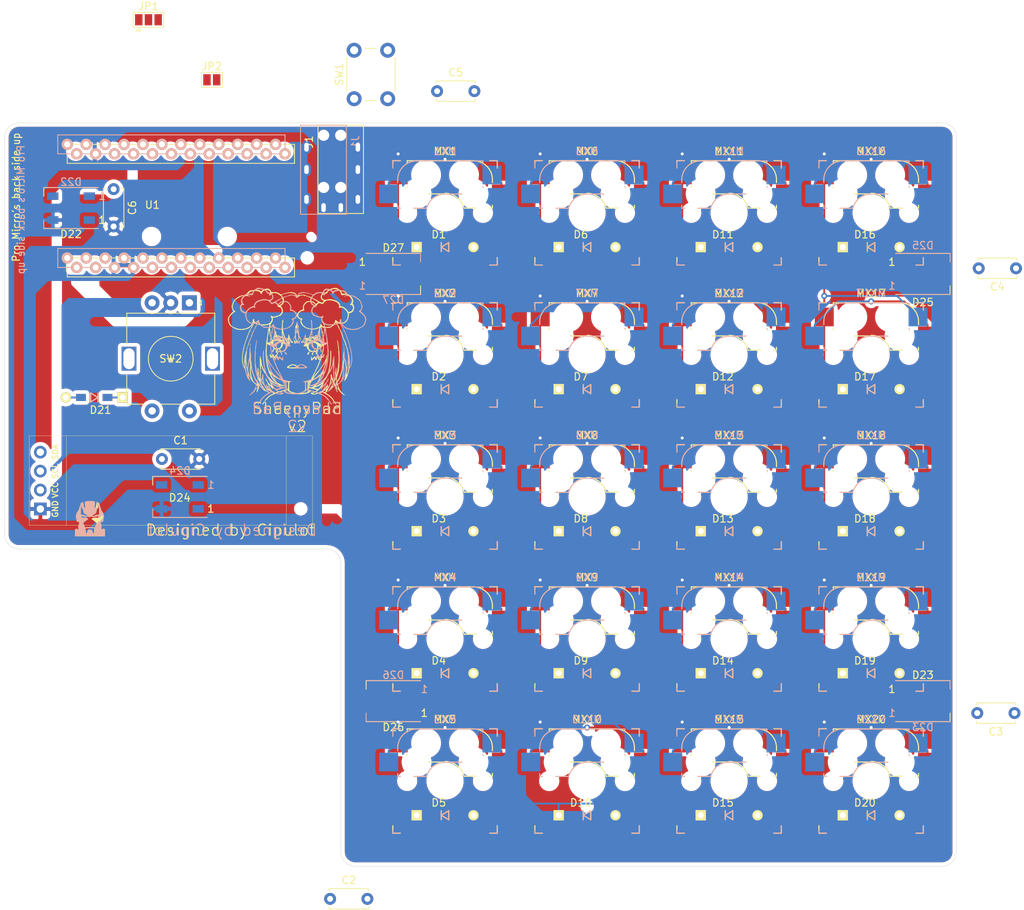
<source format=kicad_pcb>
(kicad_pcb (version 20171130) (host pcbnew "(5.1.10)-1")
  (layers (0 F.Cu signal) (31 B.Cu signal) (34 B.Paste user) (35 F.Paste user) (36 B.SilkS user) (37 F.SilkS user) (38 B.Mask user) (39 F.Mask user) (44 Edge.Cuts user))
  (net 0 "")
  (net 1 "Net-(U1-Pad24)")
  (net 2 GND)
  (net 3 /RESET)
  (net 4 "Net-(D1-Pad2)")
  (net 5 "Net-(D2-Pad2)")
  (net 6 "Net-(D3-Pad2)")
  (net 7 "Net-(D4-Pad2)")
  (net 8 "Net-(D5-Pad2)")
  (net 9 "Net-(D6-Pad2)")
  (net 10 "Net-(D7-Pad2)")
  (net 11 "Net-(D8-Pad2)")
  (net 12 "Net-(D9-Pad2)")
  (net 13 "Net-(D10-Pad2)")
  (net 14 "Net-(D11-Pad2)")
  (net 15 "Net-(D13-Pad2)")
  (net 16 "Net-(D14-Pad2)")
  (net 17 "Net-(D15-Pad2)")
  (net 18 "Net-(D16-Pad2)")
  (net 19 "Net-(D17-Pad2)")
  (net 20 "Net-(D18-Pad2)")
  (net 21 "Net-(D19-Pad2)")
  (net 22 "Net-(D20-Pad2)")
  (net 23 "Net-(D12-Pad2)")
  (net 24 /ROW_1)
  (net 25 /ROW_2)
  (net 26 /ROW_3)
  (net 27 /ROW_4)
  (net 28 /COL_1)
  (net 29 /COL_2)
  (net 30 /COL_3)
  (net 31 /COL_4)
  (net 32 /ENC_A)
  (net 33 /ENC_B)
  (net 34 /SDA)
  (net 35 /SCL)
  (net 36 "Net-(D22-Pad2)")
  (net 37 /GLOW_LED)
  (net 38 "Net-(D23-Pad2)")
  (net 39 "Net-(D23-Pad4)")
  (net 40 "Net-(D24-Pad2)")
  (net 41 "Net-(D25-Pad2)")
  (net 42 "Net-(D27-Pad2)")
  (net 43 "Net-(D21-Pad1)")
  (net 44 /ROW_0)
  (net 45 /COL_0)
  (net 46 "Net-(U1-Pad1)")
  (net 47 /DATA)
  (net 48 "Net-(U1-Pad18)")
  (net 49 "Net-(J1-PadR2)")
  (net 50 "Net-(J1-PadR1)")
  (net 51 VCC)
  (module Random-keyboard-parts:PJ-3200B-4A (layer B.Cu) (at 99.9236 43.2435 270)
    (fp_text reference J1 (at 2.5 -4.25 270) (layer B.SilkS) (effects (justify mirror)))
    (fp_text value AudioJack4)
    (pad 1 thru_hole oval (at 3.2 2.3 270) (size 1.8 1.2) (drill oval 1.2 0.6) (layers *.Cu *.Mask))
    (pad 2 thru_hole oval (at 6.2 2.3 270) (size 1.8 1.2) (drill oval 1.2 0.6) (layers *.Cu *.Mask))
    (pad 3 thru_hole oval (at 10.2 2.3 270) (size 1.8 1.2) (drill oval 1.2 0.6) (layers *.Cu *.Mask))
    (pad 4 thru_hole oval (at 11.3 -2.3 270) (size 1.8 1.2) (drill oval 1.2 0.6) (layers *.Cu *.Mask))
    (pad "" np_thru_hole circle (at 1.6 0 270) (size 1.5 1.5) (drill 1.5) (layers *.Cu *.Mask))
    (pad "" np_thru_hole circle (at 8.6 0 270) (size 1.5 1.5) (drill 1.5) (layers *.Cu *.Mask))
  )
  (module Random-keyboard-parts:PJ-3200B-4A (layer F.Cu) (at 102.2096 43.2435 270)
    (fp_text reference J1 (at 2.5 4.25 90) (layer F.SilkS))
    (fp_text value AudioJack4)
    (pad "" np_thru_hole circle (at 8.6 0 270) (size 1.5 1.5) (drill 1.5) (layers *.Cu *.Mask))
    (pad "" np_thru_hole circle (at 1.6 0 270) (size 1.5 1.5) (drill 1.5) (layers *.Cu *.Mask))
    (pad 4 thru_hole oval (at 11.3 2.3 270) (size 1.8 1.2) (drill oval 1.2 0.6) (layers *.Cu *.Mask))
    (pad 3 thru_hole oval (at 10.2 -2.3 270) (size 1.8 1.2) (drill oval 1.2 0.6) (layers *.Cu *.Mask))
    (pad 2 thru_hole oval (at 6.2 -2.3 270) (size 1.8 1.2) (drill oval 1.2 0.6) (layers *.Cu *.Mask))
    (pad 1 thru_hole oval (at 3.2 -2.3 270) (size 1.8 1.2) (drill oval 1.2 0.6) (layers *.Cu *.Mask))
  )
  (module Jumper:SolderJumper-3_P1.3mm_Open_Pad1.0x1.5mm (layer F.Cu) (at 76.4286 29.3497)
    (fp_text reference JP1 (at 0 -1.8) (layer F.SilkS))
    (fp_text value "Serial/SCL Jumper")
    (pad 3 smd rect (at 1.3 0) (size 1 1.5) (layers F.Cu F.Mask) (net 35 /SCL))
    (pad 2 smd rect (at 0 0) (size 1 1.5) (layers F.Cu F.Mask) (net 50 "Net-(J1-PadR1)"))
    (pad 1 smd rect (at -1.3 0) (size 1 1.5) (layers F.Cu F.Mask) (net 47 /DATA))
  )
  (module Jumper:SolderJumper-2_P1.3mm_Open_Pad1.0x1.5mm (layer F.Cu) (at 84.9226 37.4015)
    (fp_text reference JP2 (at 0 -1.8) (layer F.SilkS))
    (fp_text value "SDA Jumper")
    (pad 1 smd rect (at -0.65 0) (size 1 1.5) (layers F.Cu F.Mask) (net 34 /SDA))
    (pad 2 smd rect (at 0.65 0) (size 1 1.5) (layers F.Cu F.Mask) (net 49 "Net-(J1-PadR2)"))
  )
  (module Arduino:Sparkfun_Pro_Micro_reversible (layer F.Cu) (at 79.502 54.9529 270)
    (fp_text reference U1 (at -0.77 2.54) (layer F.SilkS))
    (fp_text value Sparkfun_Pro_Micro)
    (pad 24 thru_hole circle (at -7.62 -15.24 90) (size 1.524 1.524) (drill 0.8128) (layers *.Cu *.Mask B.SilkS) (net 1 "Net-(U1-Pad24)"))
    (pad 23 thru_hole circle (at -7.62 -12.7 90) (size 1.524 1.524) (drill 0.8128) (layers *.Cu *.Mask B.SilkS) (net 2 GND))
    (pad 22 thru_hole circle (at -7.62 -10.16 90) (size 1.524 1.524) (drill 0.8128) (layers *.Cu *.Mask B.SilkS) (net 3 /RESET))
    (pad 21 thru_hole circle (at -7.62 -7.62 90) (size 1.524 1.524) (drill 0.8128) (layers *.Cu *.Mask B.SilkS) (net 51 VCC))
    (pad 20 thru_hole circle (at -7.62 -5.08 90) (size 1.524 1.524) (drill 0.8128) (layers *.Cu *.Mask B.SilkS) (net 33 /ENC_B))
    (pad 19 thru_hole circle (at -7.62 -2.54 90) (size 1.524 1.524) (drill 0.8128) (layers *.Cu *.Mask B.SilkS) (net 32 /ENC_A))
    (pad 18 thru_hole circle (at -7.62 0 90) (size 1.524 1.524) (drill 0.8128) (layers *.Cu *.Mask B.SilkS) (net 48 "Net-(U1-Pad18)"))
    (pad 17 thru_hole circle (at -7.62 2.54 90) (size 1.524 1.524) (drill 0.8128) (layers *.Cu *.Mask B.SilkS) (net 31 /COL_4))
    (pad 16 thru_hole circle (at -7.62 5.08 90) (size 1.524 1.524) (drill 0.8128) (layers *.Cu *.Mask B.SilkS) (net 30 /COL_3))
    (pad 15 thru_hole circle (at -7.62 7.62 90) (size 1.524 1.524) (drill 0.8128) (layers *.Cu *.Mask B.SilkS) (net 29 /COL_2))
    (pad 14 thru_hole circle (at -7.62 10.16 90) (size 1.524 1.524) (drill 0.8128) (layers *.Cu *.Mask B.SilkS) (net 28 /COL_1))
    (pad 13 thru_hole circle (at -7.62 12.7 90) (size 1.524 1.524) (drill 0.8128) (layers *.Cu *.Mask B.SilkS) (net 45 /COL_0))
    (pad 12 thru_hole circle (at 7.62 12.7 90) (size 1.524 1.524) (drill 0.8128) (layers *.Cu *.Mask B.SilkS) (net 44 /ROW_0))
    (pad 11 thru_hole circle (at 7.62 10.16 90) (size 1.524 1.524) (drill 0.8128) (layers *.Cu *.Mask B.SilkS) (net 24 /ROW_1))
    (pad 10 thru_hole circle (at 7.62 7.62 90) (size 1.524 1.524) (drill 0.8128) (layers *.Cu *.Mask B.SilkS) (net 25 /ROW_2))
    (pad 9 thru_hole circle (at 7.62 5.08 90) (size 1.524 1.524) (drill 0.8128) (layers *.Cu *.Mask B.SilkS) (net 26 /ROW_3))
    (pad 8 thru_hole circle (at 7.62 2.54 90) (size 1.524 1.524) (drill 0.8128) (layers *.Cu *.Mask B.SilkS) (net 27 /ROW_4))
    (pad 7 thru_hole circle (at 7.62 0 90) (size 1.524 1.524) (drill 0.8128) (layers *.Cu *.Mask B.SilkS) (net 37 /GLOW_LED))
    (pad 6 thru_hole circle (at 7.62 -2.54 90) (size 1.524 1.524) (drill 0.8128) (layers *.Cu *.Mask B.SilkS) (net 35 /SCL))
    (pad 5 thru_hole circle (at 7.62 -5.08 90) (size 1.524 1.524) (drill 0.8128) (layers *.Cu *.Mask B.SilkS) (net 34 /SDA))
    (pad 4 thru_hole circle (at 7.62 -7.62 90) (size 1.524 1.524) (drill 0.8128) (layers *.Cu *.Mask B.SilkS) (net 2 GND))
    (pad 3 thru_hole circle (at 7.62 -10.16 90) (size 1.524 1.524) (drill 0.8128) (layers *.Cu *.Mask B.SilkS) (net 2 GND))
    (pad 2 thru_hole circle (at 7.62 -12.7 90) (size 1.524 1.524) (drill 0.8128) (layers *.Cu *.Mask B.SilkS) (net 47 /DATA))
    (pad 1 thru_hole circle (at 7.62 -15.24 90) (size 1.524 1.524) (drill 0.8128) (layers *.Cu *.Mask B.SilkS) (net 46 "Net-(U1-Pad1)"))
    (pad 12 thru_hole circle (at -8.89 13.97 90) (size 1.524 1.524) (drill 0.8128) (layers *.Cu *.Mask B.SilkS) (net 44 /ROW_0))
    (pad 3 thru_hole circle (at -8.89 -8.89 90) (size 1.524 1.524) (drill 0.8128) (layers *.Cu *.Mask B.SilkS) (net 2 GND))
    (pad 4 thru_hole circle (at -8.89 -6.35 90) (size 1.524 1.524) (drill 0.8128) (layers *.Cu *.Mask B.SilkS) (net 2 GND))
    (pad 11 thru_hole circle (at -8.89 11.43 90) (size 1.524 1.524) (drill 0.8128) (layers *.Cu *.Mask B.SilkS) (net 24 /ROW_1))
    (pad 1 thru_hole circle (at -8.89 -13.97 90) (size 1.524 1.524) (drill 0.8128) (layers *.Cu *.Mask B.SilkS) (net 46 "Net-(U1-Pad1)"))
    (pad 5 thru_hole circle (at -8.89 -3.81 90) (size 1.524 1.524) (drill 0.8128) (layers *.Cu *.Mask B.SilkS) (net 34 /SDA))
    (pad 8 thru_hole circle (at -8.89 3.81 90) (size 1.524 1.524) (drill 0.8128) (layers *.Cu *.Mask B.SilkS) (net 27 /ROW_4))
    (pad 6 thru_hole circle (at -8.89 -1.27 90) (size 1.524 1.524) (drill 0.8128) (layers *.Cu *.Mask B.SilkS) (net 35 /SCL))
    (pad 9 thru_hole circle (at -8.89 6.35 90) (size 1.524 1.524) (drill 0.8128) (layers *.Cu *.Mask B.SilkS) (net 26 /ROW_3))
    (pad 10 thru_hole circle (at -8.89 8.89 90) (size 1.524 1.524) (drill 0.8128) (layers *.Cu *.Mask B.SilkS) (net 25 /ROW_2))
    (pad 7 thru_hole circle (at -8.89 1.27 90) (size 1.524 1.524) (drill 0.8128) (layers *.Cu *.Mask B.SilkS) (net 37 /GLOW_LED))
    (pad 2 thru_hole circle (at -8.89 -11.43 90) (size 1.524 1.524) (drill 0.8128) (layers *.Cu *.Mask B.SilkS) (net 47 /DATA))
    (pad 18 thru_hole circle (at 6.35 1.27 90) (size 1.524 1.524) (drill 0.8128) (layers *.Cu *.Mask B.SilkS) (net 48 "Net-(U1-Pad18)"))
    (pad 14 thru_hole circle (at 6.35 11.43 90) (size 1.524 1.524) (drill 0.8128) (layers *.Cu *.Mask B.SilkS) (net 28 /COL_1))
    (pad 22 thru_hole circle (at 6.35 -8.89 90) (size 1.524 1.524) (drill 0.8128) (layers *.Cu *.Mask B.SilkS) (net 3 /RESET))
    (pad 23 thru_hole circle (at 6.35 -11.43 90) (size 1.524 1.524) (drill 0.8128) (layers *.Cu *.Mask B.SilkS) (net 2 GND))
    (pad 13 thru_hole circle (at 6.35 13.97 90) (size 1.524 1.524) (drill 0.8128) (layers *.Cu *.Mask B.SilkS) (net 45 /COL_0))
    (pad 15 thru_hole circle (at 6.35 8.89 90) (size 1.524 1.524) (drill 0.8128) (layers *.Cu *.Mask B.SilkS) (net 29 /COL_2))
    (pad 19 thru_hole circle (at 6.35 -1.27 90) (size 1.524 1.524) (drill 0.8128) (layers *.Cu *.Mask B.SilkS) (net 32 /ENC_A))
    (pad 20 thru_hole circle (at 6.35 -3.81 90) (size 1.524 1.524) (drill 0.8128) (layers *.Cu *.Mask B.SilkS) (net 33 /ENC_B))
    (pad 21 thru_hole circle (at 6.35 -6.35 90) (size 1.524 1.524) (drill 0.8128) (layers *.Cu *.Mask B.SilkS) (net 51 VCC))
    (pad 16 thru_hole circle (at 6.35 6.35 90) (size 1.524 1.524) (drill 0.8128) (layers *.Cu *.Mask B.SilkS) (net 30 /COL_3))
    (pad 17 thru_hole circle (at 6.35 3.81 90) (size 1.524 1.524) (drill 0.8128) (layers *.Cu *.Mask B.SilkS) (net 31 /COL_4))
    (pad 24 thru_hole circle (at 6.35 -13.97 90) (size 1.524 1.524) (drill 0.8128) (layers *.Cu *.Mask B.SilkS) (net 1 "Net-(U1-Pad24)"))
  )
  (module Logos:IronMan_small (layer B.Cu) (at 68.58 96.2025 180)
    (fp_text reference G*** hide)
    (fp_text value LOGO hide)
  )
  (module Logos:IronMan_small (layer F.Cu) (at 68.58 96.2025)
    (fp_text reference G*** hide)
    (fp_text value LOGO hide)
  )
  (module Logos:Sleepy (layer B.Cu) (at 97.14738 72.263 180)
    (fp_text reference G*** hide)
    (fp_text value LOGO hide)
  )
  (module Rotary_Encoder:RotaryEncoder_Alps_EC11E-Switch_Vertical_H20mm (layer F.Cu) (at 81.915 67.31 270)
    (fp_text reference SW2 (at 7.5 2.5 180) (layer F.SilkS))
    (fp_text value Rotary_Encoder_Switch)
    (pad S1 thru_hole circle (at 14.5 5 270) (size 2 2) (drill 1) (layers *.Cu *.Mask) (net 43 "Net-(D21-Pad1)"))
    (pad S2 thru_hole circle (at 14.5 0 270) (size 2 2) (drill 1) (layers *.Cu *.Mask) (net 44 /ROW_0))
    (pad MP thru_hole rect (at 7.5 8.1 270) (size 3.2 2) (drill oval 2.8 1.5) (layers *.Cu *.Mask))
    (pad MP thru_hole rect (at 7.5 -3.1 270) (size 3.2 2) (drill oval 2.8 1.5) (layers *.Cu *.Mask))
    (pad B thru_hole circle (at 0 5 270) (size 2 2) (drill 1) (layers *.Cu *.Mask) (net 33 /ENC_B))
    (pad C thru_hole circle (at 0 2.5 270) (size 2 2) (drill 1) (layers *.Cu *.Mask) (net 2 GND))
    (pad A thru_hole rect (at 0 0 270) (size 2 2) (drill 1) (layers *.Cu *.Mask) (net 32 /ENC_A))
  )
  (module SSD1306:SSD1306-0.91-OLED-4pin-128x32 (layer F.Cu) (at 98.425 97.155 180)
    (fp_text reference Brd1 hide)
    (fp_text value SSD1306)
    (fp_text user SDA (at 34.5 9.81 270) (layer F.SilkS) (effects (font (size 0.75 0.75))))
    (fp_text user SCL (at 34.5 7.27 270) (layer F.SilkS) (effects (font (size 0.75 0.75))))
    (fp_text user VCC (at 34.5 4.73 270) (layer F.SilkS) (effects (font (size 0.75 0.75))))
    (fp_text user GND (at 34.5 2.19 270) (layer F.SilkS) (effects (font (size 0.75 0.75))))
    (pad 4 thru_hole oval (at 36.5 9.81 180) (size 1.7 1.7) (drill 1) (layers *.Cu *.Mask) (net 34 /SDA))
    (pad 3 thru_hole oval (at 36.5 7.27 180) (size 1.7 1.7) (drill 1) (layers *.Cu *.Mask) (net 35 /SCL))
    (pad 2 thru_hole oval (at 36.5 4.73 180) (size 1.7 1.7) (drill 1) (layers *.Cu *.Mask) (net 51 VCC))
    (pad 1 thru_hole rect (at 36.5 2.19 180) (size 1.7 1.7) (drill 1) (layers *.Cu *.Mask) (net 2 GND))
  )
  (module LED_SMD:LED_WS2812B_PLCC4_5.0x5.0mm_P3.2mm (layer F.Cu) (at 66.04 54.61 180)
    (fp_text reference D22 (at 0 -3.5) (layer F.SilkS))
    (fp_text value WS2812B)
    (fp_text user 1 (at -4.15 -1.6) (layer F.SilkS))
    (pad 3 smd rect (at 2.45 1.6 180) (size 1.5 1) (layers F.Cu F.Paste F.Mask) (net 2 GND))
    (pad 4 smd rect (at 2.45 -1.6 180) (size 1.5 1) (layers F.Cu F.Paste F.Mask) (net 37 /GLOW_LED))
    (pad 2 smd rect (at -2.45 1.6 180) (size 1.5 1) (layers F.Cu F.Paste F.Mask) (net 36 "Net-(D22-Pad2)"))
    (pad 1 smd rect (at -2.45 -1.6 180) (size 1.5 1) (layers F.Cu F.Paste F.Mask) (net 51 VCC))
  )
  (module LED_SMD:LED_WS2812B_PLCC4_5.0x5.0mm_P3.2mm (layer F.Cu) (at 80.645 93.345 180)
    (fp_text reference D24 (at 0.0254 -0.1143) (layer F.SilkS))
    (fp_text value WS2812B)
    (fp_text user 1 (at -4.15 -1.6) (layer F.SilkS))
    (pad 3 smd rect (at 2.45 1.6 180) (size 1.5 1) (layers F.Cu F.Paste F.Mask) (net 2 GND))
    (pad 4 smd rect (at 2.45 -1.6 180) (size 1.5 1) (layers F.Cu F.Paste F.Mask) (net 36 "Net-(D22-Pad2)"))
    (pad 2 smd rect (at -2.45 1.6 180) (size 1.5 1) (layers F.Cu F.Paste F.Mask) (net 40 "Net-(D24-Pad2)"))
    (pad 1 smd rect (at -2.45 -1.6 180) (size 1.5 1) (layers F.Cu F.Paste F.Mask) (net 51 VCC))
  )
  (module LED_SMD:LED_WS2812B_PLCC4_5.0x5.0mm_P3.2mm (layer F.Cu) (at 109.2708 120.7389 180)
    (fp_text reference D26 (at 0 -3.5) (layer F.SilkS))
    (fp_text value WS2812B)
    (fp_text user 1 (at -4.15 -1.6) (layer F.SilkS))
    (pad 1 smd rect (at -2.45 -1.6 180) (size 1.5 1) (layers F.Cu F.Paste F.Mask) (net 51 VCC))
    (pad 2 smd rect (at -2.45 1.6 180) (size 1.5 1) (layers F.Cu F.Paste F.Mask) (net 39 "Net-(D23-Pad4)"))
    (pad 4 smd rect (at 2.45 -1.6 180) (size 1.5 1) (layers F.Cu F.Paste F.Mask) (net 40 "Net-(D24-Pad2)"))
    (pad 3 smd rect (at 2.45 1.6 180) (size 1.5 1) (layers F.Cu F.Paste F.Mask) (net 2 GND))
  )
  (module LED_SMD:LED_WS2812B_PLCC4_5.0x5.0mm_P3.2mm (layer F.Cu) (at 109.2708 63.4365)
    (fp_text reference D27 (at 0 -3.5) (layer F.SilkS))
    (fp_text value WS2812B)
    (fp_text user 1 (at -4.15 -1.6) (layer F.SilkS))
    (pad 3 smd rect (at 2.45 1.6) (size 1.5 1) (layers F.Cu F.Paste F.Mask) (net 2 GND))
    (pad 4 smd rect (at 2.45 -1.6) (size 1.5 1) (layers F.Cu F.Paste F.Mask) (net 41 "Net-(D25-Pad2)"))
    (pad 2 smd rect (at -2.45 1.6) (size 1.5 1) (layers F.Cu F.Paste F.Mask) (net 42 "Net-(D27-Pad2)"))
    (pad 1 smd rect (at -2.45 -1.6) (size 1.5 1) (layers F.Cu F.Paste F.Mask) (net 51 VCC))
  )
  (module LED_SMD:LED_WS2812B_PLCC4_5.0x5.0mm_P3.2mm (layer F.Cu) (at 180.2892 63.4365)
    (fp_text reference D25 (at 0 3.81) (layer F.SilkS))
    (fp_text value WS2812B)
    (fp_text user 1 (at -4.15 -1.6) (layer F.SilkS))
    (pad 3 smd rect (at 2.45 1.6) (size 1.5 1) (layers F.Cu F.Paste F.Mask) (net 2 GND))
    (pad 4 smd rect (at 2.45 -1.6) (size 1.5 1) (layers F.Cu F.Paste F.Mask) (net 38 "Net-(D23-Pad2)"))
    (pad 2 smd rect (at -2.45 1.6) (size 1.5 1) (layers F.Cu F.Paste F.Mask) (net 41 "Net-(D25-Pad2)"))
    (pad 1 smd rect (at -2.45 -1.6) (size 1.5 1) (layers F.Cu F.Paste F.Mask) (net 51 VCC))
  )
  (module LED_SMD:LED_WS2812B_PLCC4_5.0x5.0mm_P3.2mm (layer F.Cu) (at 180.2892 120.7389)
    (fp_text reference D23 (at 0 -3.5) (layer F.SilkS))
    (fp_text value WS2812B)
    (fp_text user 1 (at -4.15 -1.6) (layer F.SilkS))
    (pad 3 smd rect (at 2.45 1.6) (size 1.5 1) (layers F.Cu F.Paste F.Mask) (net 2 GND))
    (pad 4 smd rect (at 2.45 -1.6) (size 1.5 1) (layers F.Cu F.Paste F.Mask) (net 39 "Net-(D23-Pad4)"))
    (pad 2 smd rect (at -2.45 1.6) (size 1.5 1) (layers F.Cu F.Paste F.Mask) (net 38 "Net-(D23-Pad2)"))
    (pad 1 smd rect (at -2.45 -1.6) (size 1.5 1) (layers F.Cu F.Paste F.Mask) (net 51 VCC))
  )
  (module Keyswitches:Kailh_socket_MX_optional_reversible_FLIP (layer F.Cu) (at 135.255 131.445)
    (fp_text reference MX10 (at 0 -8.255) (layer F.SilkS))
    (fp_text value MX-NoLED)
    (fp_text user %R (at 0 -8.255) (layer B.SilkS) (effects (justify mirror)))
    (pad 1 smd rect (at 6.29 -5.08) (size 2.55 2.5) (layers B.Cu B.Paste B.Mask) (net 29 /COL_2))
    (pad 2 smd rect (at -7.56 -2.54) (size 2.55 2.5) (layers B.Cu B.Paste B.Mask) (net 13 "Net-(D10-Pad2)"))
    (pad "" np_thru_hole circle (at -2.54 -5.08) (size 3 3) (drill 3) (layers *.Cu *.Mask))
    (pad "" np_thru_hole circle (at 3.81 -2.54) (size 3 3) (drill 3) (layers *.Cu *.Mask))
    (pad 1 smd rect (at -6.29 -5.08) (size 2.55 2.5) (layers F.Cu F.Paste F.Mask) (net 29 /COL_2))
    (pad "" np_thru_hole circle (at -3.81 -2.54) (size 3 3) (drill 3) (layers *.Cu *.Mask))
    (pad "" np_thru_hole circle (at 2.54 -5.08) (size 3 3) (drill 3) (layers *.Cu *.Mask))
    (pad "" np_thru_hole circle (at 0 0) (size 3.9878 3.9878) (drill 3.9878) (layers *.Cu *.Mask))
    (pad "" np_thru_hole circle (at 5.08 0) (size 1.7018 1.7018) (drill 1.7018) (layers *.Cu *.Mask))
    (pad "" np_thru_hole circle (at -5.08 0) (size 1.7018 1.7018) (drill 1.7018) (layers *.Cu *.Mask))
    (pad 2 smd rect (at 7.56 -2.54) (size 2.55 2.5) (layers F.Cu F.Paste F.Mask) (net 13 "Net-(D10-Pad2)"))
  )
  (module Keyswitches:Kailh_socket_MX_optional_reversible_FLIP (layer F.Cu) (at 173.355 112.395)
    (fp_text reference MX19 (at 0 -8.255) (layer F.SilkS))
    (fp_text value MX-NoLED)
    (fp_text user %R (at 0 -8.255) (layer B.SilkS) (effects (justify mirror)))
    (pad 1 smd rect (at 6.29 -5.08) (size 2.55 2.5) (layers B.Cu B.Paste B.Mask) (net 31 /COL_4))
    (pad 2 smd rect (at -7.56 -2.54) (size 2.55 2.5) (layers B.Cu B.Paste B.Mask) (net 21 "Net-(D19-Pad2)"))
    (pad "" np_thru_hole circle (at -2.54 -5.08) (size 3 3) (drill 3) (layers *.Cu *.Mask))
    (pad "" np_thru_hole circle (at 3.81 -2.54) (size 3 3) (drill 3) (layers *.Cu *.Mask))
    (pad 1 smd rect (at -6.29 -5.08) (size 2.55 2.5) (layers F.Cu F.Paste F.Mask) (net 31 /COL_4))
    (pad "" np_thru_hole circle (at -3.81 -2.54) (size 3 3) (drill 3) (layers *.Cu *.Mask))
    (pad "" np_thru_hole circle (at 2.54 -5.08) (size 3 3) (drill 3) (layers *.Cu *.Mask))
    (pad "" np_thru_hole circle (at 0 0) (size 3.9878 3.9878) (drill 3.9878) (layers *.Cu *.Mask))
    (pad "" np_thru_hole circle (at 5.08 0) (size 1.7018 1.7018) (drill 1.7018) (layers *.Cu *.Mask))
    (pad "" np_thru_hole circle (at -5.08 0) (size 1.7018 1.7018) (drill 1.7018) (layers *.Cu *.Mask))
    (pad 2 smd rect (at 7.56 -2.54) (size 2.55 2.5) (layers F.Cu F.Paste F.Mask) (net 21 "Net-(D19-Pad2)"))
  )
  (module Keyswitches:Kailh_socket_MX_optional_reversible_FLIP (layer F.Cu) (at 116.205 112.395)
    (fp_text reference MX4 (at 0 -8.255) (layer F.SilkS))
    (fp_text value MX-NoLED)
    (fp_text user %R (at 0 -8.255) (layer B.SilkS) (effects (justify mirror)))
    (pad 1 smd rect (at 6.29 -5.08) (size 2.55 2.5) (layers B.Cu B.Paste B.Mask) (net 28 /COL_1))
    (pad 2 smd rect (at -7.56 -2.54) (size 2.55 2.5) (layers B.Cu B.Paste B.Mask) (net 7 "Net-(D4-Pad2)"))
    (pad "" np_thru_hole circle (at -2.54 -5.08) (size 3 3) (drill 3) (layers *.Cu *.Mask))
    (pad "" np_thru_hole circle (at 3.81 -2.54) (size 3 3) (drill 3) (layers *.Cu *.Mask))
    (pad 1 smd rect (at -6.29 -5.08) (size 2.55 2.5) (layers F.Cu F.Paste F.Mask) (net 28 /COL_1))
    (pad "" np_thru_hole circle (at -3.81 -2.54) (size 3 3) (drill 3) (layers *.Cu *.Mask))
    (pad "" np_thru_hole circle (at 2.54 -5.08) (size 3 3) (drill 3) (layers *.Cu *.Mask))
    (pad "" np_thru_hole circle (at 0 0) (size 3.9878 3.9878) (drill 3.9878) (layers *.Cu *.Mask))
    (pad "" np_thru_hole circle (at 5.08 0) (size 1.7018 1.7018) (drill 1.7018) (layers *.Cu *.Mask))
    (pad "" np_thru_hole circle (at -5.08 0) (size 1.7018 1.7018) (drill 1.7018) (layers *.Cu *.Mask))
    (pad 2 smd rect (at 7.56 -2.54) (size 2.55 2.5) (layers F.Cu F.Paste F.Mask) (net 7 "Net-(D4-Pad2)"))
  )
  (module Random-keyboard-parts:Diode_SMD_THT_DUAL (layer F.Cu) (at 69.1515 80.01 90)
    (fp_text reference D21 (at -1.67894 0.84328) (layer F.SilkS))
    (fp_text value D_Small)
    (pad 1 smd rect (at 0 1.775 180) (size 1.3 0.95) (layers F.Cu F.Paste F.Mask) (net 43 "Net-(D21-Pad1)"))
    (pad 2 smd rect (at 0 -1.775 180) (size 1.3 0.95) (layers B.Cu B.Paste B.Mask) (net 45 /COL_0))
    (pad 1 smd rect (at 0 1.775 180) (size 1.3 0.95) (layers B.Cu B.Paste B.Mask) (net 43 "Net-(D21-Pad1)"))
    (pad 1 thru_hole rect (at 0 3.81 180) (size 1.397 1.397) (drill 0.8128) (layers *.Cu *.Mask F.SilkS) (net 43 "Net-(D21-Pad1)"))
    (pad 2 thru_hole circle (at 0 -3.81 180) (size 1.397 1.397) (drill 0.8128) (layers *.Cu *.Mask F.SilkS) (net 45 /COL_0))
    (pad 2 smd rect (at 0 -1.775 180) (size 1.3 0.95) (layers F.Cu F.Paste F.Mask) (net 45 /COL_0))
  )
  (module Random-keyboard-parts:Diode_SMD_THT_DUAL (layer F.Cu) (at 173.355 136.0424 270)
    (fp_text reference D20 (at -1.67894 0.84328) (layer F.SilkS))
    (fp_text value D_Small)
    (pad 1 smd rect (at 0 1.775) (size 1.3 0.95) (layers F.Cu F.Paste F.Mask) (net 27 /ROW_4))
    (pad 2 smd rect (at 0 -1.775) (size 1.3 0.95) (layers B.Cu B.Paste B.Mask) (net 22 "Net-(D20-Pad2)"))
    (pad 1 smd rect (at 0 1.775) (size 1.3 0.95) (layers B.Cu B.Paste B.Mask) (net 27 /ROW_4))
    (pad 1 thru_hole rect (at 0 3.81) (size 1.397 1.397) (drill 0.8128) (layers *.Cu *.Mask F.SilkS) (net 27 /ROW_4))
    (pad 2 thru_hole circle (at 0 -3.81) (size 1.397 1.397) (drill 0.8128) (layers *.Cu *.Mask F.SilkS) (net 22 "Net-(D20-Pad2)"))
    (pad 2 smd rect (at 0 -1.775) (size 1.3 0.95) (layers F.Cu F.Paste F.Mask) (net 22 "Net-(D20-Pad2)"))
  )
  (module Random-keyboard-parts:Diode_SMD_THT_DUAL (layer F.Cu) (at 173.355 116.9924 270)
    (fp_text reference D19 (at -1.67894 0.84328) (layer F.SilkS))
    (fp_text value D_Small)
    (pad 1 smd rect (at 0 1.775) (size 1.3 0.95) (layers F.Cu F.Paste F.Mask) (net 26 /ROW_3))
    (pad 2 smd rect (at 0 -1.775) (size 1.3 0.95) (layers B.Cu B.Paste B.Mask) (net 21 "Net-(D19-Pad2)"))
    (pad 1 smd rect (at 0 1.775) (size 1.3 0.95) (layers B.Cu B.Paste B.Mask) (net 26 /ROW_3))
    (pad 1 thru_hole rect (at 0 3.81) (size 1.397 1.397) (drill 0.8128) (layers *.Cu *.Mask F.SilkS) (net 26 /ROW_3))
    (pad 2 thru_hole circle (at 0 -3.81) (size 1.397 1.397) (drill 0.8128) (layers *.Cu *.Mask F.SilkS) (net 21 "Net-(D19-Pad2)"))
    (pad 2 smd rect (at 0 -1.775) (size 1.3 0.95) (layers F.Cu F.Paste F.Mask) (net 21 "Net-(D19-Pad2)"))
  )
  (module Random-keyboard-parts:Diode_SMD_THT_DUAL (layer F.Cu) (at 173.355 97.9424 270)
    (fp_text reference D18 (at -1.67894 0.84328) (layer F.SilkS))
    (fp_text value D_Small)
    (pad 1 smd rect (at 0 1.775) (size 1.3 0.95) (layers F.Cu F.Paste F.Mask) (net 25 /ROW_2))
    (pad 2 smd rect (at 0 -1.775) (size 1.3 0.95) (layers B.Cu B.Paste B.Mask) (net 20 "Net-(D18-Pad2)"))
    (pad 1 smd rect (at 0 1.775) (size 1.3 0.95) (layers B.Cu B.Paste B.Mask) (net 25 /ROW_2))
    (pad 1 thru_hole rect (at 0 3.81) (size 1.397 1.397) (drill 0.8128) (layers *.Cu *.Mask F.SilkS) (net 25 /ROW_2))
    (pad 2 thru_hole circle (at 0 -3.81) (size 1.397 1.397) (drill 0.8128) (layers *.Cu *.Mask F.SilkS) (net 20 "Net-(D18-Pad2)"))
    (pad 2 smd rect (at 0 -1.775) (size 1.3 0.95) (layers F.Cu F.Paste F.Mask) (net 20 "Net-(D18-Pad2)"))
  )
  (module Random-keyboard-parts:Diode_SMD_THT_DUAL (layer F.Cu) (at 173.355 78.8924 270)
    (fp_text reference D17 (at -1.67894 0.84328) (layer F.SilkS))
    (fp_text value D_Small)
    (pad 1 smd rect (at 0 1.775) (size 1.3 0.95) (layers F.Cu F.Paste F.Mask) (net 24 /ROW_1))
    (pad 2 smd rect (at 0 -1.775) (size 1.3 0.95) (layers B.Cu B.Paste B.Mask) (net 19 "Net-(D17-Pad2)"))
    (pad 1 smd rect (at 0 1.775) (size 1.3 0.95) (layers B.Cu B.Paste B.Mask) (net 24 /ROW_1))
    (pad 1 thru_hole rect (at 0 3.81) (size 1.397 1.397) (drill 0.8128) (layers *.Cu *.Mask F.SilkS) (net 24 /ROW_1))
    (pad 2 thru_hole circle (at 0 -3.81) (size 1.397 1.397) (drill 0.8128) (layers *.Cu *.Mask F.SilkS) (net 19 "Net-(D17-Pad2)"))
    (pad 2 smd rect (at 0 -1.775) (size 1.3 0.95) (layers F.Cu F.Paste F.Mask) (net 19 "Net-(D17-Pad2)"))
  )
  (module Random-keyboard-parts:Diode_SMD_THT_DUAL (layer F.Cu) (at 173.355 59.8424 270)
    (fp_text reference D16 (at -1.67894 0.84328) (layer F.SilkS))
    (fp_text value D_Small)
    (pad 1 smd rect (at 0 1.775) (size 1.3 0.95) (layers F.Cu F.Paste F.Mask) (net 44 /ROW_0))
    (pad 2 smd rect (at 0 -1.775) (size 1.3 0.95) (layers B.Cu B.Paste B.Mask) (net 18 "Net-(D16-Pad2)"))
    (pad 1 smd rect (at 0 1.775) (size 1.3 0.95) (layers B.Cu B.Paste B.Mask) (net 44 /ROW_0))
    (pad 1 thru_hole rect (at 0 3.81) (size 1.397 1.397) (drill 0.8128) (layers *.Cu *.Mask F.SilkS) (net 44 /ROW_0))
    (pad 2 thru_hole circle (at 0 -3.81) (size 1.397 1.397) (drill 0.8128) (layers *.Cu *.Mask F.SilkS) (net 18 "Net-(D16-Pad2)"))
    (pad 2 smd rect (at 0 -1.775) (size 1.3 0.95) (layers F.Cu F.Paste F.Mask) (net 18 "Net-(D16-Pad2)"))
  )
  (module Random-keyboard-parts:Diode_SMD_THT_DUAL (layer F.Cu) (at 154.305 136.0424 270)
    (fp_text reference D15 (at -1.67894 0.84328) (layer F.SilkS))
    (fp_text value D_Small)
    (pad 1 smd rect (at 0 1.775) (size 1.3 0.95) (layers F.Cu F.Paste F.Mask) (net 27 /ROW_4))
    (pad 2 smd rect (at 0 -1.775) (size 1.3 0.95) (layers B.Cu B.Paste B.Mask) (net 17 "Net-(D15-Pad2)"))
    (pad 1 smd rect (at 0 1.775) (size 1.3 0.95) (layers B.Cu B.Paste B.Mask) (net 27 /ROW_4))
    (pad 1 thru_hole rect (at 0 3.81) (size 1.397 1.397) (drill 0.8128) (layers *.Cu *.Mask F.SilkS) (net 27 /ROW_4))
    (pad 2 thru_hole circle (at 0 -3.81) (size 1.397 1.397) (drill 0.8128) (layers *.Cu *.Mask F.SilkS) (net 17 "Net-(D15-Pad2)"))
    (pad 2 smd rect (at 0 -1.775) (size 1.3 0.95) (layers F.Cu F.Paste F.Mask) (net 17 "Net-(D15-Pad2)"))
  )
  (module Random-keyboard-parts:Diode_SMD_THT_DUAL (layer F.Cu) (at 154.305 116.9924 270)
    (fp_text reference D14 (at -1.67894 0.84328) (layer F.SilkS))
    (fp_text value D_Small)
    (pad 1 smd rect (at 0 1.775) (size 1.3 0.95) (layers F.Cu F.Paste F.Mask) (net 26 /ROW_3))
    (pad 2 smd rect (at 0 -1.775) (size 1.3 0.95) (layers B.Cu B.Paste B.Mask) (net 16 "Net-(D14-Pad2)"))
    (pad 1 smd rect (at 0 1.775) (size 1.3 0.95) (layers B.Cu B.Paste B.Mask) (net 26 /ROW_3))
    (pad 1 thru_hole rect (at 0 3.81) (size 1.397 1.397) (drill 0.8128) (layers *.Cu *.Mask F.SilkS) (net 26 /ROW_3))
    (pad 2 thru_hole circle (at 0 -3.81) (size 1.397 1.397) (drill 0.8128) (layers *.Cu *.Mask F.SilkS) (net 16 "Net-(D14-Pad2)"))
    (pad 2 smd rect (at 0 -1.775) (size 1.3 0.95) (layers F.Cu F.Paste F.Mask) (net 16 "Net-(D14-Pad2)"))
  )
  (module Random-keyboard-parts:Diode_SMD_THT_DUAL (layer F.Cu) (at 154.305 97.9424 270)
    (fp_text reference D13 (at -1.67894 0.84328) (layer F.SilkS))
    (fp_text value D_Small)
    (pad 1 smd rect (at 0 1.775) (size 1.3 0.95) (layers F.Cu F.Paste F.Mask) (net 25 /ROW_2))
    (pad 2 smd rect (at 0 -1.775) (size 1.3 0.95) (layers B.Cu B.Paste B.Mask) (net 15 "Net-(D13-Pad2)"))
    (pad 1 smd rect (at 0 1.775) (size 1.3 0.95) (layers B.Cu B.Paste B.Mask) (net 25 /ROW_2))
    (pad 1 thru_hole rect (at 0 3.81) (size 1.397 1.397) (drill 0.8128) (layers *.Cu *.Mask F.SilkS) (net 25 /ROW_2))
    (pad 2 thru_hole circle (at 0 -3.81) (size 1.397 1.397) (drill 0.8128) (layers *.Cu *.Mask F.SilkS) (net 15 "Net-(D13-Pad2)"))
    (pad 2 smd rect (at 0 -1.775) (size 1.3 0.95) (layers F.Cu F.Paste F.Mask) (net 15 "Net-(D13-Pad2)"))
  )
  (module Random-keyboard-parts:Diode_SMD_THT_DUAL (layer F.Cu) (at 154.305 78.8924 270)
    (fp_text reference D12 (at -1.67894 0.84328) (layer F.SilkS))
    (fp_text value D_Small)
    (pad 1 smd rect (at 0 1.775) (size 1.3 0.95) (layers F.Cu F.Paste F.Mask) (net 24 /ROW_1))
    (pad 2 smd rect (at 0 -1.775) (size 1.3 0.95) (layers B.Cu B.Paste B.Mask) (net 23 "Net-(D12-Pad2)"))
    (pad 1 smd rect (at 0 1.775) (size 1.3 0.95) (layers B.Cu B.Paste B.Mask) (net 24 /ROW_1))
    (pad 1 thru_hole rect (at 0 3.81) (size 1.397 1.397) (drill 0.8128) (layers *.Cu *.Mask F.SilkS) (net 24 /ROW_1))
    (pad 2 thru_hole circle (at 0 -3.81) (size 1.397 1.397) (drill 0.8128) (layers *.Cu *.Mask F.SilkS) (net 23 "Net-(D12-Pad2)"))
    (pad 2 smd rect (at 0 -1.775) (size 1.3 0.95) (layers F.Cu F.Paste F.Mask) (net 23 "Net-(D12-Pad2)"))
  )
  (module Random-keyboard-parts:Diode_SMD_THT_DUAL (layer F.Cu) (at 154.305 59.8424 270)
    (fp_text reference D11 (at -1.67894 0.84328) (layer F.SilkS))
    (fp_text value D_Small)
    (pad 1 smd rect (at 0 1.775) (size 1.3 0.95) (layers F.Cu F.Paste F.Mask) (net 44 /ROW_0))
    (pad 2 smd rect (at 0 -1.775) (size 1.3 0.95) (layers B.Cu B.Paste B.Mask) (net 14 "Net-(D11-Pad2)"))
    (pad 1 smd rect (at 0 1.775) (size 1.3 0.95) (layers B.Cu B.Paste B.Mask) (net 44 /ROW_0))
    (pad 1 thru_hole rect (at 0 3.81) (size 1.397 1.397) (drill 0.8128) (layers *.Cu *.Mask F.SilkS) (net 44 /ROW_0))
    (pad 2 thru_hole circle (at 0 -3.81) (size 1.397 1.397) (drill 0.8128) (layers *.Cu *.Mask F.SilkS) (net 14 "Net-(D11-Pad2)"))
    (pad 2 smd rect (at 0 -1.775) (size 1.3 0.95) (layers F.Cu F.Paste F.Mask) (net 14 "Net-(D11-Pad2)"))
  )
  (module Random-keyboard-parts:Diode_SMD_THT_DUAL (layer F.Cu) (at 135.255 136.0424 270)
    (fp_text reference D10 (at -1.67894 0.84328) (layer F.SilkS))
    (fp_text value D_Small)
    (pad 1 smd rect (at 0 1.775) (size 1.3 0.95) (layers F.Cu F.Paste F.Mask) (net 27 /ROW_4))
    (pad 2 smd rect (at 0 -1.775) (size 1.3 0.95) (layers B.Cu B.Paste B.Mask) (net 13 "Net-(D10-Pad2)"))
    (pad 1 smd rect (at 0 1.775) (size 1.3 0.95) (layers B.Cu B.Paste B.Mask) (net 27 /ROW_4))
    (pad 1 thru_hole rect (at 0 3.81) (size 1.397 1.397) (drill 0.8128) (layers *.Cu *.Mask F.SilkS) (net 27 /ROW_4))
    (pad 2 thru_hole circle (at 0 -3.81) (size 1.397 1.397) (drill 0.8128) (layers *.Cu *.Mask F.SilkS) (net 13 "Net-(D10-Pad2)"))
    (pad 2 smd rect (at 0 -1.775) (size 1.3 0.95) (layers F.Cu F.Paste F.Mask) (net 13 "Net-(D10-Pad2)"))
  )
  (module Random-keyboard-parts:Diode_SMD_THT_DUAL (layer F.Cu) (at 135.255 116.9924 270)
    (fp_text reference D9 (at -1.67894 0.84328) (layer F.SilkS))
    (fp_text value D_Small)
    (pad 1 smd rect (at 0 1.775) (size 1.3 0.95) (layers F.Cu F.Paste F.Mask) (net 26 /ROW_3))
    (pad 2 smd rect (at 0 -1.775) (size 1.3 0.95) (layers B.Cu B.Paste B.Mask) (net 12 "Net-(D9-Pad2)"))
    (pad 1 smd rect (at 0 1.775) (size 1.3 0.95) (layers B.Cu B.Paste B.Mask) (net 26 /ROW_3))
    (pad 1 thru_hole rect (at 0 3.81) (size 1.397 1.397) (drill 0.8128) (layers *.Cu *.Mask F.SilkS) (net 26 /ROW_3))
    (pad 2 thru_hole circle (at 0 -3.81) (size 1.397 1.397) (drill 0.8128) (layers *.Cu *.Mask F.SilkS) (net 12 "Net-(D9-Pad2)"))
    (pad 2 smd rect (at 0 -1.775) (size 1.3 0.95) (layers F.Cu F.Paste F.Mask) (net 12 "Net-(D9-Pad2)"))
  )
  (module Random-keyboard-parts:Diode_SMD_THT_DUAL (layer F.Cu) (at 135.255 97.9424 270)
    (fp_text reference D8 (at -1.67894 0.84328) (layer F.SilkS))
    (fp_text value D_Small)
    (pad 1 smd rect (at 0 1.775) (size 1.3 0.95) (layers F.Cu F.Paste F.Mask) (net 25 /ROW_2))
    (pad 2 smd rect (at 0 -1.775) (size 1.3 0.95) (layers B.Cu B.Paste B.Mask) (net 11 "Net-(D8-Pad2)"))
    (pad 1 smd rect (at 0 1.775) (size 1.3 0.95) (layers B.Cu B.Paste B.Mask) (net 25 /ROW_2))
    (pad 1 thru_hole rect (at 0 3.81) (size 1.397 1.397) (drill 0.8128) (layers *.Cu *.Mask F.SilkS) (net 25 /ROW_2))
    (pad 2 thru_hole circle (at 0 -3.81) (size 1.397 1.397) (drill 0.8128) (layers *.Cu *.Mask F.SilkS) (net 11 "Net-(D8-Pad2)"))
    (pad 2 smd rect (at 0 -1.775) (size 1.3 0.95) (layers F.Cu F.Paste F.Mask) (net 11 "Net-(D8-Pad2)"))
  )
  (module Random-keyboard-parts:Diode_SMD_THT_DUAL (layer F.Cu) (at 135.255 78.8924 270)
    (fp_text reference D7 (at -1.67894 0.84328) (layer F.SilkS))
    (fp_text value D_Small)
    (pad 1 smd rect (at 0 1.775) (size 1.3 0.95) (layers F.Cu F.Paste F.Mask) (net 24 /ROW_1))
    (pad 2 smd rect (at 0 -1.775) (size 1.3 0.95) (layers B.Cu B.Paste B.Mask) (net 10 "Net-(D7-Pad2)"))
    (pad 1 smd rect (at 0 1.775) (size 1.3 0.95) (layers B.Cu B.Paste B.Mask) (net 24 /ROW_1))
    (pad 1 thru_hole rect (at 0 3.81) (size 1.397 1.397) (drill 0.8128) (layers *.Cu *.Mask F.SilkS) (net 24 /ROW_1))
    (pad 2 thru_hole circle (at 0 -3.81) (size 1.397 1.397) (drill 0.8128) (layers *.Cu *.Mask F.SilkS) (net 10 "Net-(D7-Pad2)"))
    (pad 2 smd rect (at 0 -1.775) (size 1.3 0.95) (layers F.Cu F.Paste F.Mask) (net 10 "Net-(D7-Pad2)"))
  )
  (module Random-keyboard-parts:Diode_SMD_THT_DUAL (layer F.Cu) (at 135.255 59.8424 270)
    (fp_text reference D6 (at -1.67894 0.84328) (layer F.SilkS))
    (fp_text value D_Small)
    (pad 1 smd rect (at 0 1.775) (size 1.3 0.95) (layers F.Cu F.Paste F.Mask) (net 44 /ROW_0))
    (pad 2 smd rect (at 0 -1.775) (size 1.3 0.95) (layers B.Cu B.Paste B.Mask) (net 9 "Net-(D6-Pad2)"))
    (pad 1 smd rect (at 0 1.775) (size 1.3 0.95) (layers B.Cu B.Paste B.Mask) (net 44 /ROW_0))
    (pad 1 thru_hole rect (at 0 3.81) (size 1.397 1.397) (drill 0.8128) (layers *.Cu *.Mask F.SilkS) (net 44 /ROW_0))
    (pad 2 thru_hole circle (at 0 -3.81) (size 1.397 1.397) (drill 0.8128) (layers *.Cu *.Mask F.SilkS) (net 9 "Net-(D6-Pad2)"))
    (pad 2 smd rect (at 0 -1.775) (size 1.3 0.95) (layers F.Cu F.Paste F.Mask) (net 9 "Net-(D6-Pad2)"))
  )
  (module Random-keyboard-parts:Diode_SMD_THT_DUAL (layer F.Cu) (at 116.205 136.0424 270)
    (fp_text reference D5 (at -1.67894 0.84328) (layer F.SilkS))
    (fp_text value D_Small)
    (pad 1 smd rect (at 0 1.775) (size 1.3 0.95) (layers F.Cu F.Paste F.Mask) (net 27 /ROW_4))
    (pad 2 smd rect (at 0 -1.775) (size 1.3 0.95) (layers B.Cu B.Paste B.Mask) (net 8 "Net-(D5-Pad2)"))
    (pad 1 smd rect (at 0 1.775) (size 1.3 0.95) (layers B.Cu B.Paste B.Mask) (net 27 /ROW_4))
    (pad 1 thru_hole rect (at 0 3.81) (size 1.397 1.397) (drill 0.8128) (layers *.Cu *.Mask F.SilkS) (net 27 /ROW_4))
    (pad 2 thru_hole circle (at 0 -3.81) (size 1.397 1.397) (drill 0.8128) (layers *.Cu *.Mask F.SilkS) (net 8 "Net-(D5-Pad2)"))
    (pad 2 smd rect (at 0 -1.775) (size 1.3 0.95) (layers F.Cu F.Paste F.Mask) (net 8 "Net-(D5-Pad2)"))
  )
  (module Random-keyboard-parts:Diode_SMD_THT_DUAL (layer F.Cu) (at 116.205 116.9924 270)
    (fp_text reference D4 (at -1.67894 0.84328) (layer F.SilkS))
    (fp_text value D_Small)
    (pad 1 smd rect (at 0 1.775) (size 1.3 0.95) (layers F.Cu F.Paste F.Mask) (net 26 /ROW_3))
    (pad 2 smd rect (at 0 -1.775) (size 1.3 0.95) (layers B.Cu B.Paste B.Mask) (net 7 "Net-(D4-Pad2)"))
    (pad 1 smd rect (at 0 1.775) (size 1.3 0.95) (layers B.Cu B.Paste B.Mask) (net 26 /ROW_3))
    (pad 1 thru_hole rect (at 0 3.81) (size 1.397 1.397) (drill 0.8128) (layers *.Cu *.Mask F.SilkS) (net 26 /ROW_3))
    (pad 2 thru_hole circle (at 0 -3.81) (size 1.397 1.397) (drill 0.8128) (layers *.Cu *.Mask F.SilkS) (net 7 "Net-(D4-Pad2)"))
    (pad 2 smd rect (at 0 -1.775) (size 1.3 0.95) (layers F.Cu F.Paste F.Mask) (net 7 "Net-(D4-Pad2)"))
  )
  (module Random-keyboard-parts:Diode_SMD_THT_DUAL (layer F.Cu) (at 116.205 97.9424 270)
    (fp_text reference D3 (at -1.67894 0.84328) (layer F.SilkS))
    (fp_text value D_Small)
    (pad 1 smd rect (at 0 1.775) (size 1.3 0.95) (layers F.Cu F.Paste F.Mask) (net 25 /ROW_2))
    (pad 2 smd rect (at 0 -1.775) (size 1.3 0.95) (layers B.Cu B.Paste B.Mask) (net 6 "Net-(D3-Pad2)"))
    (pad 1 smd rect (at 0 1.775) (size 1.3 0.95) (layers B.Cu B.Paste B.Mask) (net 25 /ROW_2))
    (pad 1 thru_hole rect (at 0 3.81) (size 1.397 1.397) (drill 0.8128) (layers *.Cu *.Mask F.SilkS) (net 25 /ROW_2))
    (pad 2 thru_hole circle (at 0 -3.81) (size 1.397 1.397) (drill 0.8128) (layers *.Cu *.Mask F.SilkS) (net 6 "Net-(D3-Pad2)"))
    (pad 2 smd rect (at 0 -1.775) (size 1.3 0.95) (layers F.Cu F.Paste F.Mask) (net 6 "Net-(D3-Pad2)"))
  )
  (module Random-keyboard-parts:Diode_SMD_THT_DUAL (layer F.Cu) (at 116.205 78.8924 270)
    (fp_text reference D2 (at -1.67894 0.84328) (layer F.SilkS))
    (fp_text value D_Small)
    (pad 1 smd rect (at 0 1.775) (size 1.3 0.95) (layers F.Cu F.Paste F.Mask) (net 24 /ROW_1))
    (pad 2 smd rect (at 0 -1.775) (size 1.3 0.95) (layers B.Cu B.Paste B.Mask) (net 5 "Net-(D2-Pad2)"))
    (pad 1 smd rect (at 0 1.775) (size 1.3 0.95) (layers B.Cu B.Paste B.Mask) (net 24 /ROW_1))
    (pad 1 thru_hole rect (at 0 3.81) (size 1.397 1.397) (drill 0.8128) (layers *.Cu *.Mask F.SilkS) (net 24 /ROW_1))
    (pad 2 thru_hole circle (at 0 -3.81) (size 1.397 1.397) (drill 0.8128) (layers *.Cu *.Mask F.SilkS) (net 5 "Net-(D2-Pad2)"))
    (pad 2 smd rect (at 0 -1.775) (size 1.3 0.95) (layers F.Cu F.Paste F.Mask) (net 5 "Net-(D2-Pad2)"))
  )
  (module Random-keyboard-parts:Diode_SMD_THT_DUAL (layer F.Cu) (at 116.205 59.8424 270)
    (fp_text reference D1 (at -1.67894 0.84328) (layer F.SilkS))
    (fp_text value D_Small)
    (pad 1 smd rect (at 0 1.775) (size 1.3 0.95) (layers F.Cu F.Paste F.Mask) (net 44 /ROW_0))
    (pad 2 smd rect (at 0 -1.775) (size 1.3 0.95) (layers B.Cu B.Paste B.Mask) (net 4 "Net-(D1-Pad2)"))
    (pad 1 smd rect (at 0 1.775) (size 1.3 0.95) (layers B.Cu B.Paste B.Mask) (net 44 /ROW_0))
    (pad 1 thru_hole rect (at 0 3.81) (size 1.397 1.397) (drill 0.8128) (layers *.Cu *.Mask F.SilkS) (net 44 /ROW_0))
    (pad 2 thru_hole circle (at 0 -3.81) (size 1.397 1.397) (drill 0.8128) (layers *.Cu *.Mask F.SilkS) (net 4 "Net-(D1-Pad2)"))
    (pad 2 smd rect (at 0 -1.775) (size 1.3 0.95) (layers F.Cu F.Paste F.Mask) (net 4 "Net-(D1-Pad2)"))
  )
  (module Button_Switch_THT:SW_PUSH_6mm (layer F.Cu) (at 104.013 39.9415 90)
    (fp_text reference SW1 (at 3.25 -2 90) (layer F.SilkS))
    (fp_text value SW_Push)
    (pad 1 thru_hole circle (at 6.5 0 180) (size 2 2) (drill 1.1) (layers *.Cu *.Mask) (net 2 GND))
    (pad 2 thru_hole circle (at 6.5 4.5 180) (size 2 2) (drill 1.1) (layers *.Cu *.Mask) (net 3 /RESET))
    (pad 1 thru_hole circle (at 0 0 180) (size 2 2) (drill 1.1) (layers *.Cu *.Mask) (net 2 GND))
    (pad 2 thru_hole circle (at 0 4.5 180) (size 2 2) (drill 1.1) (layers *.Cu *.Mask) (net 3 /RESET))
  )
  (module Keyswitches:Kailh_socket_MX_optional_reversible_FLIP (layer F.Cu) (at 173.355 131.445)
    (fp_text reference MX20 (at 0 -8.255) (layer F.SilkS))
    (fp_text value MX-NoLED)
    (fp_text user %R (at 0 -8.255) (layer B.SilkS) (effects (justify mirror)))
    (pad 1 smd rect (at 6.29 -5.08) (size 2.55 2.5) (layers B.Cu B.Paste B.Mask) (net 31 /COL_4))
    (pad 2 smd rect (at -7.56 -2.54) (size 2.55 2.5) (layers B.Cu B.Paste B.Mask) (net 22 "Net-(D20-Pad2)"))
    (pad "" np_thru_hole circle (at -2.54 -5.08) (size 3 3) (drill 3) (layers *.Cu *.Mask))
    (pad "" np_thru_hole circle (at 3.81 -2.54) (size 3 3) (drill 3) (layers *.Cu *.Mask))
    (pad 1 smd rect (at -6.29 -5.08) (size 2.55 2.5) (layers F.Cu F.Paste F.Mask) (net 31 /COL_4))
    (pad "" np_thru_hole circle (at -3.81 -2.54) (size 3 3) (drill 3) (layers *.Cu *.Mask))
    (pad "" np_thru_hole circle (at 2.54 -5.08) (size 3 3) (drill 3) (layers *.Cu *.Mask))
    (pad "" np_thru_hole circle (at 0 0) (size 3.9878 3.9878) (drill 3.9878) (layers *.Cu *.Mask))
    (pad "" np_thru_hole circle (at 5.08 0) (size 1.7018 1.7018) (drill 1.7018) (layers *.Cu *.Mask))
    (pad "" np_thru_hole circle (at -5.08 0) (size 1.7018 1.7018) (drill 1.7018) (layers *.Cu *.Mask))
    (pad 2 smd rect (at 7.56 -2.54) (size 2.55 2.5) (layers F.Cu F.Paste F.Mask) (net 22 "Net-(D20-Pad2)"))
  )
  (module Keyswitches:Kailh_socket_MX_optional_reversible_FLIP (layer F.Cu) (at 173.355 93.345)
    (fp_text reference MX18 (at 0 -8.255) (layer F.SilkS))
    (fp_text value MX-NoLED)
    (fp_text user %R (at 0 -8.255) (layer B.SilkS) (effects (justify mirror)))
    (pad 1 smd rect (at 6.29 -5.08) (size 2.55 2.5) (layers B.Cu B.Paste B.Mask) (net 31 /COL_4))
    (pad 2 smd rect (at -7.56 -2.54) (size 2.55 2.5) (layers B.Cu B.Paste B.Mask) (net 20 "Net-(D18-Pad2)"))
    (pad "" np_thru_hole circle (at -2.54 -5.08) (size 3 3) (drill 3) (layers *.Cu *.Mask))
    (pad "" np_thru_hole circle (at 3.81 -2.54) (size 3 3) (drill 3) (layers *.Cu *.Mask))
    (pad 1 smd rect (at -6.29 -5.08) (size 2.55 2.5) (layers F.Cu F.Paste F.Mask) (net 31 /COL_4))
    (pad "" np_thru_hole circle (at -3.81 -2.54) (size 3 3) (drill 3) (layers *.Cu *.Mask))
    (pad "" np_thru_hole circle (at 2.54 -5.08) (size 3 3) (drill 3) (layers *.Cu *.Mask))
    (pad "" np_thru_hole circle (at 0 0) (size 3.9878 3.9878) (drill 3.9878) (layers *.Cu *.Mask))
    (pad "" np_thru_hole circle (at 5.08 0) (size 1.7018 1.7018) (drill 1.7018) (layers *.Cu *.Mask))
    (pad "" np_thru_hole circle (at -5.08 0) (size 1.7018 1.7018) (drill 1.7018) (layers *.Cu *.Mask))
    (pad 2 smd rect (at 7.56 -2.54) (size 2.55 2.5) (layers F.Cu F.Paste F.Mask) (net 20 "Net-(D18-Pad2)"))
  )
  (module Keyswitches:Kailh_socket_MX_optional_reversible_FLIP (layer F.Cu) (at 173.355 74.295)
    (fp_text reference MX17 (at 0 -8.255) (layer F.SilkS))
    (fp_text value MX-NoLED)
    (fp_text user %R (at 0 -8.255) (layer B.SilkS) (effects (justify mirror)))
    (pad 1 smd rect (at 6.29 -5.08) (size 2.55 2.5) (layers B.Cu B.Paste B.Mask) (net 31 /COL_4))
    (pad 2 smd rect (at -7.56 -2.54) (size 2.55 2.5) (layers B.Cu B.Paste B.Mask) (net 19 "Net-(D17-Pad2)"))
    (pad "" np_thru_hole circle (at -2.54 -5.08) (size 3 3) (drill 3) (layers *.Cu *.Mask))
    (pad "" np_thru_hole circle (at 3.81 -2.54) (size 3 3) (drill 3) (layers *.Cu *.Mask))
    (pad 1 smd rect (at -6.29 -5.08) (size 2.55 2.5) (layers F.Cu F.Paste F.Mask) (net 31 /COL_4))
    (pad "" np_thru_hole circle (at -3.81 -2.54) (size 3 3) (drill 3) (layers *.Cu *.Mask))
    (pad "" np_thru_hole circle (at 2.54 -5.08) (size 3 3) (drill 3) (layers *.Cu *.Mask))
    (pad "" np_thru_hole circle (at 0 0) (size 3.9878 3.9878) (drill 3.9878) (layers *.Cu *.Mask))
    (pad "" np_thru_hole circle (at 5.08 0) (size 1.7018 1.7018) (drill 1.7018) (layers *.Cu *.Mask))
    (pad "" np_thru_hole circle (at -5.08 0) (size 1.7018 1.7018) (drill 1.7018) (layers *.Cu *.Mask))
    (pad 2 smd rect (at 7.56 -2.54) (size 2.55 2.5) (layers F.Cu F.Paste F.Mask) (net 19 "Net-(D17-Pad2)"))
  )
  (module Keyswitches:Kailh_socket_MX_optional_reversible_FLIP (layer F.Cu) (at 173.355 55.245)
    (fp_text reference MX16 (at 0 -8.255) (layer F.SilkS))
    (fp_text value MX-NoLED)
    (fp_text user %R (at 0 -8.255) (layer B.SilkS) (effects (justify mirror)))
    (pad 1 smd rect (at 6.29 -5.08) (size 2.55 2.5) (layers B.Cu B.Paste B.Mask) (net 31 /COL_4))
    (pad 2 smd rect (at -7.56 -2.54) (size 2.55 2.5) (layers B.Cu B.Paste B.Mask) (net 18 "Net-(D16-Pad2)"))
    (pad "" np_thru_hole circle (at -2.54 -5.08) (size 3 3) (drill 3) (layers *.Cu *.Mask))
    (pad "" np_thru_hole circle (at 3.81 -2.54) (size 3 3) (drill 3) (layers *.Cu *.Mask))
    (pad 1 smd rect (at -6.29 -5.08) (size 2.55 2.5) (layers F.Cu F.Paste F.Mask) (net 31 /COL_4))
    (pad "" np_thru_hole circle (at -3.81 -2.54) (size 3 3) (drill 3) (layers *.Cu *.Mask))
    (pad "" np_thru_hole circle (at 2.54 -5.08) (size 3 3) (drill 3) (layers *.Cu *.Mask))
    (pad "" np_thru_hole circle (at 0 0) (size 3.9878 3.9878) (drill 3.9878) (layers *.Cu *.Mask))
    (pad "" np_thru_hole circle (at 5.08 0) (size 1.7018 1.7018) (drill 1.7018) (layers *.Cu *.Mask))
    (pad "" np_thru_hole circle (at -5.08 0) (size 1.7018 1.7018) (drill 1.7018) (layers *.Cu *.Mask))
    (pad 2 smd rect (at 7.56 -2.54) (size 2.55 2.5) (layers F.Cu F.Paste F.Mask) (net 18 "Net-(D16-Pad2)"))
  )
  (module Keyswitches:Kailh_socket_MX_optional_reversible_FLIP (layer F.Cu) (at 154.305 131.445)
    (fp_text reference MX15 (at 0 -8.255) (layer F.SilkS))
    (fp_text value MX-NoLED)
    (fp_text user %R (at 0 -8.255) (layer B.SilkS) (effects (justify mirror)))
    (pad 1 smd rect (at 6.29 -5.08) (size 2.55 2.5) (layers B.Cu B.Paste B.Mask) (net 30 /COL_3))
    (pad 2 smd rect (at -7.56 -2.54) (size 2.55 2.5) (layers B.Cu B.Paste B.Mask) (net 17 "Net-(D15-Pad2)"))
    (pad "" np_thru_hole circle (at -2.54 -5.08) (size 3 3) (drill 3) (layers *.Cu *.Mask))
    (pad "" np_thru_hole circle (at 3.81 -2.54) (size 3 3) (drill 3) (layers *.Cu *.Mask))
    (pad 1 smd rect (at -6.29 -5.08) (size 2.55 2.5) (layers F.Cu F.Paste F.Mask) (net 30 /COL_3))
    (pad "" np_thru_hole circle (at -3.81 -2.54) (size 3 3) (drill 3) (layers *.Cu *.Mask))
    (pad "" np_thru_hole circle (at 2.54 -5.08) (size 3 3) (drill 3) (layers *.Cu *.Mask))
    (pad "" np_thru_hole circle (at 0 0) (size 3.9878 3.9878) (drill 3.9878) (layers *.Cu *.Mask))
    (pad "" np_thru_hole circle (at 5.08 0) (size 1.7018 1.7018) (drill 1.7018) (layers *.Cu *.Mask))
    (pad "" np_thru_hole circle (at -5.08 0) (size 1.7018 1.7018) (drill 1.7018) (layers *.Cu *.Mask))
    (pad 2 smd rect (at 7.56 -2.54) (size 2.55 2.5) (layers F.Cu F.Paste F.Mask) (net 17 "Net-(D15-Pad2)"))
  )
  (module Keyswitches:Kailh_socket_MX_optional_reversible_FLIP (layer F.Cu) (at 154.305 112.395)
    (fp_text reference MX14 (at 0 -8.255) (layer F.SilkS))
    (fp_text value MX-NoLED)
    (fp_text user %R (at 0 -8.255) (layer B.SilkS) (effects (justify mirror)))
    (pad 1 smd rect (at 6.29 -5.08) (size 2.55 2.5) (layers B.Cu B.Paste B.Mask) (net 30 /COL_3))
    (pad 2 smd rect (at -7.56 -2.54) (size 2.55 2.5) (layers B.Cu B.Paste B.Mask) (net 16 "Net-(D14-Pad2)"))
    (pad "" np_thru_hole circle (at -2.54 -5.08) (size 3 3) (drill 3) (layers *.Cu *.Mask))
    (pad "" np_thru_hole circle (at 3.81 -2.54) (size 3 3) (drill 3) (layers *.Cu *.Mask))
    (pad 1 smd rect (at -6.29 -5.08) (size 2.55 2.5) (layers F.Cu F.Paste F.Mask) (net 30 /COL_3))
    (pad "" np_thru_hole circle (at -3.81 -2.54) (size 3 3) (drill 3) (layers *.Cu *.Mask))
    (pad "" np_thru_hole circle (at 2.54 -5.08) (size 3 3) (drill 3) (layers *.Cu *.Mask))
    (pad "" np_thru_hole circle (at 0 0) (size 3.9878 3.9878) (drill 3.9878) (layers *.Cu *.Mask))
    (pad "" np_thru_hole circle (at 5.08 0) (size 1.7018 1.7018) (drill 1.7018) (layers *.Cu *.Mask))
    (pad "" np_thru_hole circle (at -5.08 0) (size 1.7018 1.7018) (drill 1.7018) (layers *.Cu *.Mask))
    (pad 2 smd rect (at 7.56 -2.54) (size 2.55 2.5) (layers F.Cu F.Paste F.Mask) (net 16 "Net-(D14-Pad2)"))
  )
  (module Keyswitches:Kailh_socket_MX_optional_reversible_FLIP (layer F.Cu) (at 154.305 93.345)
    (fp_text reference MX13 (at 0 -8.255) (layer F.SilkS))
    (fp_text value MX-NoLED)
    (fp_text user %R (at 0 -8.255) (layer B.SilkS) (effects (justify mirror)))
    (pad 1 smd rect (at 6.29 -5.08) (size 2.55 2.5) (layers B.Cu B.Paste B.Mask) (net 30 /COL_3))
    (pad 2 smd rect (at -7.56 -2.54) (size 2.55 2.5) (layers B.Cu B.Paste B.Mask) (net 15 "Net-(D13-Pad2)"))
    (pad "" np_thru_hole circle (at -2.54 -5.08) (size 3 3) (drill 3) (layers *.Cu *.Mask))
    (pad "" np_thru_hole circle (at 3.81 -2.54) (size 3 3) (drill 3) (layers *.Cu *.Mask))
    (pad 1 smd rect (at -6.29 -5.08) (size 2.55 2.5) (layers F.Cu F.Paste F.Mask) (net 30 /COL_3))
    (pad "" np_thru_hole circle (at -3.81 -2.54) (size 3 3) (drill 3) (layers *.Cu *.Mask))
    (pad "" np_thru_hole circle (at 2.54 -5.08) (size 3 3) (drill 3) (layers *.Cu *.Mask))
    (pad "" np_thru_hole circle (at 0 0) (size 3.9878 3.9878) (drill 3.9878) (layers *.Cu *.Mask))
    (pad "" np_thru_hole circle (at 5.08 0) (size 1.7018 1.7018) (drill 1.7018) (layers *.Cu *.Mask))
    (pad "" np_thru_hole circle (at -5.08 0) (size 1.7018 1.7018) (drill 1.7018) (layers *.Cu *.Mask))
    (pad 2 smd rect (at 7.56 -2.54) (size 2.55 2.5) (layers F.Cu F.Paste F.Mask) (net 15 "Net-(D13-Pad2)"))
  )
  (module Keyswitches:Kailh_socket_MX_optional_reversible_FLIP (layer F.Cu) (at 154.305 74.295)
    (fp_text reference MX12 (at 0 -8.255) (layer F.SilkS))
    (fp_text value MX-NoLED)
    (fp_text user %R (at 0 -8.255) (layer B.SilkS) (effects (justify mirror)))
    (pad 1 smd rect (at 6.29 -5.08) (size 2.55 2.5) (layers B.Cu B.Paste B.Mask) (net 30 /COL_3))
    (pad 2 smd rect (at -7.56 -2.54) (size 2.55 2.5) (layers B.Cu B.Paste B.Mask) (net 23 "Net-(D12-Pad2)"))
    (pad "" np_thru_hole circle (at -2.54 -5.08) (size 3 3) (drill 3) (layers *.Cu *.Mask))
    (pad "" np_thru_hole circle (at 3.81 -2.54) (size 3 3) (drill 3) (layers *.Cu *.Mask))
    (pad 1 smd rect (at -6.29 -5.08) (size 2.55 2.5) (layers F.Cu F.Paste F.Mask) (net 30 /COL_3))
    (pad "" np_thru_hole circle (at -3.81 -2.54) (size 3 3) (drill 3) (layers *.Cu *.Mask))
    (pad "" np_thru_hole circle (at 2.54 -5.08) (size 3 3) (drill 3) (layers *.Cu *.Mask))
    (pad "" np_thru_hole circle (at 0 0) (size 3.9878 3.9878) (drill 3.9878) (layers *.Cu *.Mask))
    (pad "" np_thru_hole circle (at 5.08 0) (size 1.7018 1.7018) (drill 1.7018) (layers *.Cu *.Mask))
    (pad "" np_thru_hole circle (at -5.08 0) (size 1.7018 1.7018) (drill 1.7018) (layers *.Cu *.Mask))
    (pad 2 smd rect (at 7.56 -2.54) (size 2.55 2.5) (layers F.Cu F.Paste F.Mask) (net 23 "Net-(D12-Pad2)"))
  )
  (module Keyswitches:Kailh_socket_MX_optional_reversible_FLIP (layer F.Cu) (at 154.305 55.245)
    (fp_text reference MX11 (at 0 -8.255) (layer F.SilkS))
    (fp_text value MX-NoLED)
    (fp_text user %R (at 0 -8.255) (layer B.SilkS) (effects (justify mirror)))
    (pad 1 smd rect (at 6.29 -5.08) (size 2.55 2.5) (layers B.Cu B.Paste B.Mask) (net 30 /COL_3))
    (pad 2 smd rect (at -7.56 -2.54) (size 2.55 2.5) (layers B.Cu B.Paste B.Mask) (net 14 "Net-(D11-Pad2)"))
    (pad "" np_thru_hole circle (at -2.54 -5.08) (size 3 3) (drill 3) (layers *.Cu *.Mask))
    (pad "" np_thru_hole circle (at 3.81 -2.54) (size 3 3) (drill 3) (layers *.Cu *.Mask))
    (pad 1 smd rect (at -6.29 -5.08) (size 2.55 2.5) (layers F.Cu F.Paste F.Mask) (net 30 /COL_3))
    (pad "" np_thru_hole circle (at -3.81 -2.54) (size 3 3) (drill 3) (layers *.Cu *.Mask))
    (pad "" np_thru_hole circle (at 2.54 -5.08) (size 3 3) (drill 3) (layers *.Cu *.Mask))
    (pad "" np_thru_hole circle (at 0 0) (size 3.9878 3.9878) (drill 3.9878) (layers *.Cu *.Mask))
    (pad "" np_thru_hole circle (at 5.08 0) (size 1.7018 1.7018) (drill 1.7018) (layers *.Cu *.Mask))
    (pad "" np_thru_hole circle (at -5.08 0) (size 1.7018 1.7018) (drill 1.7018) (layers *.Cu *.Mask))
    (pad 2 smd rect (at 7.56 -2.54) (size 2.55 2.5) (layers F.Cu F.Paste F.Mask) (net 14 "Net-(D11-Pad2)"))
  )
  (module Keyswitches:Kailh_socket_MX_optional_reversible_FLIP (layer F.Cu) (at 135.255 112.395)
    (fp_text reference MX9 (at 0 -8.255) (layer F.SilkS))
    (fp_text value MX-NoLED)
    (fp_text user %R (at 0 -8.255) (layer B.SilkS) (effects (justify mirror)))
    (pad 1 smd rect (at 6.29 -5.08) (size 2.55 2.5) (layers B.Cu B.Paste B.Mask) (net 29 /COL_2))
    (pad 2 smd rect (at -7.56 -2.54) (size 2.55 2.5) (layers B.Cu B.Paste B.Mask) (net 12 "Net-(D9-Pad2)"))
    (pad "" np_thru_hole circle (at -2.54 -5.08) (size 3 3) (drill 3) (layers *.Cu *.Mask))
    (pad "" np_thru_hole circle (at 3.81 -2.54) (size 3 3) (drill 3) (layers *.Cu *.Mask))
    (pad 1 smd rect (at -6.29 -5.08) (size 2.55 2.5) (layers F.Cu F.Paste F.Mask) (net 29 /COL_2))
    (pad "" np_thru_hole circle (at -3.81 -2.54) (size 3 3) (drill 3) (layers *.Cu *.Mask))
    (pad "" np_thru_hole circle (at 2.54 -5.08) (size 3 3) (drill 3) (layers *.Cu *.Mask))
    (pad "" np_thru_hole circle (at 0 0) (size 3.9878 3.9878) (drill 3.9878) (layers *.Cu *.Mask))
    (pad "" np_thru_hole circle (at 5.08 0) (size 1.7018 1.7018) (drill 1.7018) (layers *.Cu *.Mask))
    (pad "" np_thru_hole circle (at -5.08 0) (size 1.7018 1.7018) (drill 1.7018) (layers *.Cu *.Mask))
    (pad 2 smd rect (at 7.56 -2.54) (size 2.55 2.5) (layers F.Cu F.Paste F.Mask) (net 12 "Net-(D9-Pad2)"))
  )
  (module Keyswitches:Kailh_socket_MX_optional_reversible_FLIP (layer F.Cu) (at 135.255 93.345)
    (fp_text reference MX8 (at 0 -8.255) (layer F.SilkS))
    (fp_text value MX-NoLED)
    (fp_text user %R (at 0 -8.255) (layer B.SilkS) (effects (justify mirror)))
    (pad 1 smd rect (at 6.29 -5.08) (size 2.55 2.5) (layers B.Cu B.Paste B.Mask) (net 29 /COL_2))
    (pad 2 smd rect (at -7.56 -2.54) (size 2.55 2.5) (layers B.Cu B.Paste B.Mask) (net 11 "Net-(D8-Pad2)"))
    (pad "" np_thru_hole circle (at -2.54 -5.08) (size 3 3) (drill 3) (layers *.Cu *.Mask))
    (pad "" np_thru_hole circle (at 3.81 -2.54) (size 3 3) (drill 3) (layers *.Cu *.Mask))
    (pad 1 smd rect (at -6.29 -5.08) (size 2.55 2.5) (layers F.Cu F.Paste F.Mask) (net 29 /COL_2))
    (pad "" np_thru_hole circle (at -3.81 -2.54) (size 3 3) (drill 3) (layers *.Cu *.Mask))
    (pad "" np_thru_hole circle (at 2.54 -5.08) (size 3 3) (drill 3) (layers *.Cu *.Mask))
    (pad "" np_thru_hole circle (at 0 0) (size 3.9878 3.9878) (drill 3.9878) (layers *.Cu *.Mask))
    (pad "" np_thru_hole circle (at 5.08 0) (size 1.7018 1.7018) (drill 1.7018) (layers *.Cu *.Mask))
    (pad "" np_thru_hole circle (at -5.08 0) (size 1.7018 1.7018) (drill 1.7018) (layers *.Cu *.Mask))
    (pad 2 smd rect (at 7.56 -2.54) (size 2.55 2.5) (layers F.Cu F.Paste F.Mask) (net 11 "Net-(D8-Pad2)"))
  )
  (module Keyswitches:Kailh_socket_MX_optional_reversible_FLIP (layer F.Cu) (at 135.255 74.295)
    (fp_text reference MX7 (at 0 -8.255) (layer F.SilkS))
    (fp_text value MX-NoLED)
    (fp_text user %R (at 0 -8.255) (layer B.SilkS) (effects (justify mirror)))
    (pad 1 smd rect (at 6.29 -5.08) (size 2.55 2.5) (layers B.Cu B.Paste B.Mask) (net 29 /COL_2))
    (pad 2 smd rect (at -7.56 -2.54) (size 2.55 2.5) (layers B.Cu B.Paste B.Mask) (net 10 "Net-(D7-Pad2)"))
    (pad "" np_thru_hole circle (at -2.54 -5.08) (size 3 3) (drill 3) (layers *.Cu *.Mask))
    (pad "" np_thru_hole circle (at 3.81 -2.54) (size 3 3) (drill 3) (layers *.Cu *.Mask))
    (pad 1 smd rect (at -6.29 -5.08) (size 2.55 2.5) (layers F.Cu F.Paste F.Mask) (net 29 /COL_2))
    (pad "" np_thru_hole circle (at -3.81 -2.54) (size 3 3) (drill 3) (layers *.Cu *.Mask))
    (pad "" np_thru_hole circle (at 2.54 -5.08) (size 3 3) (drill 3) (layers *.Cu *.Mask))
    (pad "" np_thru_hole circle (at 0 0) (size 3.9878 3.9878) (drill 3.9878) (layers *.Cu *.Mask))
    (pad "" np_thru_hole circle (at 5.08 0) (size 1.7018 1.7018) (drill 1.7018) (layers *.Cu *.Mask))
    (pad "" np_thru_hole circle (at -5.08 0) (size 1.7018 1.7018) (drill 1.7018) (layers *.Cu *.Mask))
    (pad 2 smd rect (at 7.56 -2.54) (size 2.55 2.5) (layers F.Cu F.Paste F.Mask) (net 10 "Net-(D7-Pad2)"))
  )
  (module Keyswitches:Kailh_socket_MX_optional_reversible_FLIP (layer F.Cu) (at 135.255 55.245)
    (fp_text reference MX6 (at 0 -8.255) (layer F.SilkS))
    (fp_text value MX-NoLED)
    (fp_text user %R (at 0 -8.255) (layer B.SilkS) (effects (justify mirror)))
    (pad 1 smd rect (at 6.29 -5.08) (size 2.55 2.5) (layers B.Cu B.Paste B.Mask) (net 29 /COL_2))
    (pad 2 smd rect (at -7.56 -2.54) (size 2.55 2.5) (layers B.Cu B.Paste B.Mask) (net 9 "Net-(D6-Pad2)"))
    (pad "" np_thru_hole circle (at -2.54 -5.08) (size 3 3) (drill 3) (layers *.Cu *.Mask))
    (pad "" np_thru_hole circle (at 3.81 -2.54) (size 3 3) (drill 3) (layers *.Cu *.Mask))
    (pad 1 smd rect (at -6.29 -5.08) (size 2.55 2.5) (layers F.Cu F.Paste F.Mask) (net 29 /COL_2))
    (pad "" np_thru_hole circle (at -3.81 -2.54) (size 3 3) (drill 3) (layers *.Cu *.Mask))
    (pad "" np_thru_hole circle (at 2.54 -5.08) (size 3 3) (drill 3) (layers *.Cu *.Mask))
    (pad "" np_thru_hole circle (at 0 0) (size 3.9878 3.9878) (drill 3.9878) (layers *.Cu *.Mask))
    (pad "" np_thru_hole circle (at 5.08 0) (size 1.7018 1.7018) (drill 1.7018) (layers *.Cu *.Mask))
    (pad "" np_thru_hole circle (at -5.08 0) (size 1.7018 1.7018) (drill 1.7018) (layers *.Cu *.Mask))
    (pad 2 smd rect (at 7.56 -2.54) (size 2.55 2.5) (layers F.Cu F.Paste F.Mask) (net 9 "Net-(D6-Pad2)"))
  )
  (module Keyswitches:Kailh_socket_MX_optional_reversible_FLIP (layer F.Cu) (at 116.205 131.445)
    (fp_text reference MX5 (at 0 -8.255) (layer F.SilkS))
    (fp_text value MX-NoLED)
    (fp_text user %R (at 0 -8.255) (layer B.SilkS) (effects (justify mirror)))
    (pad 1 smd rect (at 6.29 -5.08) (size 2.55 2.5) (layers B.Cu B.Paste B.Mask) (net 28 /COL_1))
    (pad 2 smd rect (at -7.56 -2.54) (size 2.55 2.5) (layers B.Cu B.Paste B.Mask) (net 8 "Net-(D5-Pad2)"))
    (pad "" np_thru_hole circle (at -2.54 -5.08) (size 3 3) (drill 3) (layers *.Cu *.Mask))
    (pad "" np_thru_hole circle (at 3.81 -2.54) (size 3 3) (drill 3) (layers *.Cu *.Mask))
    (pad 1 smd rect (at -6.29 -5.08) (size 2.55 2.5) (layers F.Cu F.Paste F.Mask) (net 28 /COL_1))
    (pad "" np_thru_hole circle (at -3.81 -2.54) (size 3 3) (drill 3) (layers *.Cu *.Mask))
    (pad "" np_thru_hole circle (at 2.54 -5.08) (size 3 3) (drill 3) (layers *.Cu *.Mask))
    (pad "" np_thru_hole circle (at 0 0) (size 3.9878 3.9878) (drill 3.9878) (layers *.Cu *.Mask))
    (pad "" np_thru_hole circle (at 5.08 0) (size 1.7018 1.7018) (drill 1.7018) (layers *.Cu *.Mask))
    (pad "" np_thru_hole circle (at -5.08 0) (size 1.7018 1.7018) (drill 1.7018) (layers *.Cu *.Mask))
    (pad 2 smd rect (at 7.56 -2.54) (size 2.55 2.5) (layers F.Cu F.Paste F.Mask) (net 8 "Net-(D5-Pad2)"))
  )
  (module Keyswitches:Kailh_socket_MX_optional_reversible_FLIP (layer F.Cu) (at 116.205 93.345)
    (fp_text reference MX3 (at 0 -8.255) (layer F.SilkS))
    (fp_text value MX-NoLED)
    (fp_text user %R (at 0 -8.255) (layer B.SilkS) (effects (justify mirror)))
    (pad 1 smd rect (at 6.29 -5.08) (size 2.55 2.5) (layers B.Cu B.Paste B.Mask) (net 28 /COL_1))
    (pad 2 smd rect (at -7.56 -2.54) (size 2.55 2.5) (layers B.Cu B.Paste B.Mask) (net 6 "Net-(D3-Pad2)"))
    (pad "" np_thru_hole circle (at -2.54 -5.08) (size 3 3) (drill 3) (layers *.Cu *.Mask))
    (pad "" np_thru_hole circle (at 3.81 -2.54) (size 3 3) (drill 3) (layers *.Cu *.Mask))
    (pad 1 smd rect (at -6.29 -5.08) (size 2.55 2.5) (layers F.Cu F.Paste F.Mask) (net 28 /COL_1))
    (pad "" np_thru_hole circle (at -3.81 -2.54) (size 3 3) (drill 3) (layers *.Cu *.Mask))
    (pad "" np_thru_hole circle (at 2.54 -5.08) (size 3 3) (drill 3) (layers *.Cu *.Mask))
    (pad "" np_thru_hole circle (at 0 0) (size 3.9878 3.9878) (drill 3.9878) (layers *.Cu *.Mask))
    (pad "" np_thru_hole circle (at 5.08 0) (size 1.7018 1.7018) (drill 1.7018) (layers *.Cu *.Mask))
    (pad "" np_thru_hole circle (at -5.08 0) (size 1.7018 1.7018) (drill 1.7018) (layers *.Cu *.Mask))
    (pad 2 smd rect (at 7.56 -2.54) (size 2.55 2.5) (layers F.Cu F.Paste F.Mask) (net 6 "Net-(D3-Pad2)"))
  )
  (module Keyswitches:Kailh_socket_MX_optional_reversible_FLIP (layer F.Cu) (at 116.205 74.295)
    (fp_text reference MX2 (at 0 -8.255) (layer F.SilkS))
    (fp_text value MX-NoLED)
    (fp_text user %R (at 0 -8.255) (layer B.SilkS) (effects (justify mirror)))
    (pad 1 smd rect (at 6.29 -5.08) (size 2.55 2.5) (layers B.Cu B.Paste B.Mask) (net 28 /COL_1))
    (pad 2 smd rect (at -7.56 -2.54) (size 2.55 2.5) (layers B.Cu B.Paste B.Mask) (net 5 "Net-(D2-Pad2)"))
    (pad "" np_thru_hole circle (at -2.54 -5.08) (size 3 3) (drill 3) (layers *.Cu *.Mask))
    (pad "" np_thru_hole circle (at 3.81 -2.54) (size 3 3) (drill 3) (layers *.Cu *.Mask))
    (pad 1 smd rect (at -6.29 -5.08) (size 2.55 2.5) (layers F.Cu F.Paste F.Mask) (net 28 /COL_1))
    (pad "" np_thru_hole circle (at -3.81 -2.54) (size 3 3) (drill 3) (layers *.Cu *.Mask))
    (pad "" np_thru_hole circle (at 2.54 -5.08) (size 3 3) (drill 3) (layers *.Cu *.Mask))
    (pad "" np_thru_hole circle (at 0 0) (size 3.9878 3.9878) (drill 3.9878) (layers *.Cu *.Mask))
    (pad "" np_thru_hole circle (at 5.08 0) (size 1.7018 1.7018) (drill 1.7018) (layers *.Cu *.Mask))
    (pad "" np_thru_hole circle (at -5.08 0) (size 1.7018 1.7018) (drill 1.7018) (layers *.Cu *.Mask))
    (pad 2 smd rect (at 7.56 -2.54) (size 2.55 2.5) (layers F.Cu F.Paste F.Mask) (net 5 "Net-(D2-Pad2)"))
  )
  (module Keyswitches:Kailh_socket_MX_optional_reversible_FLIP (layer F.Cu) (at 116.205 55.245)
    (fp_text reference MX1 (at 0 -8.255) (layer F.SilkS))
    (fp_text value MX-NoLED)
    (fp_text user %R (at 0 -8.255) (layer B.SilkS) (effects (justify mirror)))
    (pad 1 smd rect (at 6.29 -5.08) (size 2.55 2.5) (layers B.Cu B.Paste B.Mask) (net 28 /COL_1))
    (pad 2 smd rect (at -7.56 -2.54) (size 2.55 2.5) (layers B.Cu B.Paste B.Mask) (net 4 "Net-(D1-Pad2)"))
    (pad "" np_thru_hole circle (at -2.54 -5.08) (size 3 3) (drill 3) (layers *.Cu *.Mask))
    (pad "" np_thru_hole circle (at 3.81 -2.54) (size 3 3) (drill 3) (layers *.Cu *.Mask))
    (pad 1 smd rect (at -6.29 -5.08) (size 2.55 2.5) (layers F.Cu F.Paste F.Mask) (net 28 /COL_1))
    (pad "" np_thru_hole circle (at -3.81 -2.54) (size 3 3) (drill 3) (layers *.Cu *.Mask))
    (pad "" np_thru_hole circle (at 2.54 -5.08) (size 3 3) (drill 3) (layers *.Cu *.Mask))
    (pad "" np_thru_hole circle (at 0 0) (size 3.9878 3.9878) (drill 3.9878) (layers *.Cu *.Mask))
    (pad "" np_thru_hole circle (at 5.08 0) (size 1.7018 1.7018) (drill 1.7018) (layers *.Cu *.Mask))
    (pad "" np_thru_hole circle (at -5.08 0) (size 1.7018 1.7018) (drill 1.7018) (layers *.Cu *.Mask))
    (pad 2 smd rect (at 7.56 -2.54) (size 2.55 2.5) (layers F.Cu F.Paste F.Mask) (net 4 "Net-(D1-Pad2)"))
  )
  (module Capacitor_THT:C_Disc_D5.0mm_W2.5mm_P5.00mm (layer F.Cu) (at 115.1382 38.9255)
    (fp_text reference C5 (at 2.5 -2.5) (layer F.SilkS))
    (fp_text value 100n)
    (pad 2 thru_hole circle (at 5 0) (size 1.6 1.6) (drill 0.8) (layers *.Cu *.Mask) (net 2 GND))
    (pad 1 thru_hole circle (at 0 0) (size 1.6 1.6) (drill 0.8) (layers *.Cu *.Mask) (net 51 VCC))
  )
  (module Capacitor_THT:C_Disc_D5.0mm_W2.5mm_P5.00mm (layer F.Cu) (at 192.7822 62.6872 180)
    (fp_text reference C4 (at 2.5 -2.5) (layer F.SilkS))
    (fp_text value 100n)
    (pad 2 thru_hole circle (at 5 0 180) (size 1.6 1.6) (drill 0.8) (layers *.Cu *.Mask) (net 2 GND))
    (pad 1 thru_hole circle (at 0 0 180) (size 1.6 1.6) (drill 0.8) (layers *.Cu *.Mask) (net 51 VCC))
  )
  (module Capacitor_THT:C_Disc_D5.0mm_W2.5mm_P5.00mm (layer F.Cu) (at 192.5828 122.3391 180)
    (fp_text reference C3 (at 2.5 -2.5) (layer F.SilkS))
    (fp_text value 100n)
    (pad 2 thru_hole circle (at 5 0 180) (size 1.6 1.6) (drill 0.8) (layers *.Cu *.Mask) (net 2 GND))
    (pad 1 thru_hole circle (at 0 0 180) (size 1.6 1.6) (drill 0.8) (layers *.Cu *.Mask) (net 51 VCC))
  )
  (module Capacitor_THT:C_Disc_D5.0mm_W2.5mm_P5.00mm (layer F.Cu) (at 100.7872 147.2565)
    (fp_text reference C2 (at 2.5 -2.5) (layer F.SilkS))
    (fp_text value 100n)
    (pad 2 thru_hole circle (at 5 0) (size 1.6 1.6) (drill 0.8) (layers *.Cu *.Mask) (net 2 GND))
    (pad 1 thru_hole circle (at 0 0) (size 1.6 1.6) (drill 0.8) (layers *.Cu *.Mask) (net 51 VCC))
  )
  (module Capacitor_THT:C_Disc_D5.0mm_W2.5mm_P5.00mm (layer F.Cu) (at 78.232 88.265)
    (fp_text reference C1 (at 2.5 -2.5) (layer F.SilkS))
    (fp_text value 100n)
    (pad 2 thru_hole circle (at 5 0) (size 1.6 1.6) (drill 0.8) (layers *.Cu *.Mask) (net 2 GND))
    (pad 1 thru_hole circle (at 0 0) (size 1.6 1.6) (drill 0.8) (layers *.Cu *.Mask) (net 51 VCC))
  )
  (module Logos:Sleepy (layer F.Cu) (at 95.5675 72.263)
    (fp_text reference G*** hide)
    (fp_text value LOGO hide)
  )
  (module Capacitor_THT:C_Disc_D5.0mm_W2.5mm_P5.00mm (layer F.Cu) (at 71.755 52.07 270)
    (fp_text reference C6 (at 2.5 -2.5 90) (layer F.SilkS))
    (fp_text value 100n)
    (pad 2 thru_hole circle (at 5 0 270) (size 1.6 1.6) (drill 0.8) (layers *.Cu *.Mask) (net 2 GND))
    (pad 1 thru_hole circle (at 0 0 270) (size 1.6 1.6) (drill 0.8) (layers *.Cu *.Mask) (net 51 VCC))
  )
  (module LED_SMD:LED_WS2812B_PLCC4_5.0x5.0mm_P3.2mm (layer B.Cu) (at 109.2708 63.4365)
    (fp_text reference D27 (at 0 3.5) (layer B.SilkS) (effects (justify mirror)))
    (fp_text value WS2812B)
    (fp_text user 1 (at -4.15 1.6) (layer B.SilkS) (effects (justify mirror)))
    (pad 1 smd rect (at -2.45 1.6) (size 1.5 1) (layers B.Cu B.Paste B.Mask) (net 51 VCC))
    (pad 2 smd rect (at -2.45 -1.6) (size 1.5 1) (layers B.Cu B.Paste B.Mask) (net 42 "Net-(D27-Pad2)"))
    (pad 4 smd rect (at 2.45 1.6) (size 1.5 1) (layers B.Cu B.Paste B.Mask) (net 41 "Net-(D25-Pad2)"))
    (pad 3 smd rect (at 2.45 -1.6) (size 1.5 1) (layers B.Cu B.Paste B.Mask) (net 2 GND))
  )
  (module LED_SMD:LED_WS2812B_PLCC4_5.0x5.0mm_P3.2mm (layer B.Cu) (at 109.2708 120.7389 180)
    (fp_text reference D26 (at 0 3.5) (layer B.SilkS) (effects (justify mirror)))
    (fp_text value WS2812B)
    (fp_text user 1 (at -4.15 1.6) (layer B.SilkS) (effects (justify mirror)))
    (pad 3 smd rect (at 2.45 -1.6 180) (size 1.5 1) (layers B.Cu B.Paste B.Mask) (net 2 GND))
    (pad 4 smd rect (at 2.45 1.6 180) (size 1.5 1) (layers B.Cu B.Paste B.Mask) (net 40 "Net-(D24-Pad2)"))
    (pad 2 smd rect (at -2.45 -1.6 180) (size 1.5 1) (layers B.Cu B.Paste B.Mask) (net 39 "Net-(D23-Pad4)"))
    (pad 1 smd rect (at -2.45 1.6 180) (size 1.5 1) (layers B.Cu B.Paste B.Mask) (net 51 VCC))
  )
  (module LED_SMD:LED_WS2812B_PLCC4_5.0x5.0mm_P3.2mm (layer B.Cu) (at 180.2892 63.4365)
    (fp_text reference D25 (at 0 -3.81) (layer B.SilkS) (effects (justify mirror)))
    (fp_text value WS2812B)
    (fp_text user 1 (at -4.15 1.6) (layer B.SilkS) (effects (justify mirror)))
    (pad 1 smd rect (at -2.45 1.6) (size 1.5 1) (layers B.Cu B.Paste B.Mask) (net 51 VCC))
    (pad 2 smd rect (at -2.45 -1.6) (size 1.5 1) (layers B.Cu B.Paste B.Mask) (net 41 "Net-(D25-Pad2)"))
    (pad 4 smd rect (at 2.45 1.6) (size 1.5 1) (layers B.Cu B.Paste B.Mask) (net 38 "Net-(D23-Pad2)"))
    (pad 3 smd rect (at 2.45 -1.6) (size 1.5 1) (layers B.Cu B.Paste B.Mask) (net 2 GND))
  )
  (module LED_SMD:LED_WS2812B_PLCC4_5.0x5.0mm_P3.2mm (layer B.Cu) (at 80.645 93.345 180)
    (fp_text reference D24 (at 0 3.5) (layer B.SilkS) (effects (justify mirror)))
    (fp_text value WS2812B)
    (fp_text user 1 (at -4.15 1.6) (layer B.SilkS) (effects (justify mirror)))
    (pad 1 smd rect (at -2.45 1.6 180) (size 1.5 1) (layers B.Cu B.Paste B.Mask) (net 51 VCC))
    (pad 2 smd rect (at -2.45 -1.6 180) (size 1.5 1) (layers B.Cu B.Paste B.Mask) (net 40 "Net-(D24-Pad2)"))
    (pad 4 smd rect (at 2.45 1.6 180) (size 1.5 1) (layers B.Cu B.Paste B.Mask) (net 36 "Net-(D22-Pad2)"))
    (pad 3 smd rect (at 2.45 -1.6 180) (size 1.5 1) (layers B.Cu B.Paste B.Mask) (net 2 GND))
  )
  (module LED_SMD:LED_WS2812B_PLCC4_5.0x5.0mm_P3.2mm (layer B.Cu) (at 180.2892 120.7389)
    (fp_text reference D23 (at 0 3.5) (layer B.SilkS) (effects (justify mirror)))
    (fp_text value WS2812B)
    (fp_text user 1 (at -4.15 1.6) (layer B.SilkS) (effects (justify mirror)))
    (pad 1 smd rect (at -2.45 1.6) (size 1.5 1) (layers B.Cu B.Paste B.Mask) (net 51 VCC))
    (pad 2 smd rect (at -2.45 -1.6) (size 1.5 1) (layers B.Cu B.Paste B.Mask) (net 38 "Net-(D23-Pad2)"))
    (pad 4 smd rect (at 2.45 1.6) (size 1.5 1) (layers B.Cu B.Paste B.Mask) (net 39 "Net-(D23-Pad4)"))
    (pad 3 smd rect (at 2.45 -1.6) (size 1.5 1) (layers B.Cu B.Paste B.Mask) (net 2 GND))
  )
  (module LED_SMD:LED_WS2812B_PLCC4_5.0x5.0mm_P3.2mm (layer B.Cu) (at 66.04 54.61 180)
    (fp_text reference D22 (at 0 3.5) (layer B.SilkS) (effects (justify mirror)))
    (fp_text value WS2812B)
    (fp_text user 1 (at -4.15 1.6) (layer B.SilkS) (effects (justify mirror)))
    (pad 1 smd rect (at -2.45 1.6 180) (size 1.5 1) (layers B.Cu B.Paste B.Mask) (net 51 VCC))
    (pad 2 smd rect (at -2.45 -1.6 180) (size 1.5 1) (layers B.Cu B.Paste B.Mask) (net 36 "Net-(D22-Pad2)"))
    (pad 4 smd rect (at 2.45 1.6 180) (size 1.5 1) (layers B.Cu B.Paste B.Mask) (net 37 /GLOW_LED))
    (pad 3 smd rect (at 2.45 -1.6 180) (size 1.5 1) (layers B.Cu B.Paste B.Mask) (net 2 GND))
  )
  (gr_line (start 96.8248 43.4975) (end 96.8248 55.4355) (layer B.SilkS) (width 0.12))
  (gr_line (start 96.8756 43.4975) (end 96.8248 43.4975) (layer B.SilkS) (width 0.12))
  (gr_line (start 102.9716 55.4355) (end 102.9716 43.4975) (layer B.SilkS) (width 0.12))
  (gr_line (start 96.8248 55.4355) (end 102.9716 55.4355) (layer B.SilkS) (width 0.12))
  (gr_line (start 102.9716 43.4975) (end 96.8756 43.4975) (layer B.SilkS) (width 0.12))
  (gr_line (start 105.2576 43.4975) (end 105.2576 55.3339) (layer F.SilkS) (width 0.12))
  (gr_line (start 99.1616 43.4975) (end 105.2576 43.4975) (layer F.SilkS) (width 0.12))
  (gr_line (start 99.1616 55.3339) (end 99.1616 43.4975) (layer F.SilkS) (width 0.12))
  (gr_line (start 105.2576 55.3339) (end 99.1616 55.3339) (layer F.SilkS) (width 0.12))
  (gr_text "Pro Micro's back side up" (at 58.6812 53.1605 90) (layer F.SilkS) (effects (font (size 1 0.9))))
  (gr_text "Pro Micro's back side up" (at 59.3162 54.8115 90) (layer B.SilkS) (effects (font (size 1 0.9)) (justify mirror)))
  (gr_text "Designed by Cipulot" (at 87.4268 97.79) (layer F.SilkS) (effects (font (size 1.5 1.5))))
  (gr_text "SheepyPad\nv2\n" (at 96.3168 82.68716) (layer B.SilkS) (effects (font (size 1.5 1.5)) (justify mirror)))
  (gr_arc (start 100.33 102.235) (end 102.235 102.235) (angle -90) (layer Edge.Cuts) (width 0.05))
  (gr_text "SheepyPad\nv2\n" (at 96.38538 82.6897) (layer F.SilkS) (effects (font (size 1.5 1.5))))
  (gr_text "Designed by Cipulot" (at 87.63 97.79) (layer B.SilkS) (effects (font (size 1.5 1.5)) (justify mirror)))
  (gr_line (start 184.785 45.085) (end 184.785 45.72) (layer Edge.Cuts) (width 0.05))
  (gr_line (start 57.15 45.72) (end 57.15 45.085) (layer Edge.Cuts) (width 0.05))
  (gr_line (start 57.15 97.155) (end 57.15 98.425) (layer Edge.Cuts) (width 0.05))
  (gr_line (start 100.33 100.33) (end 59.055 100.33) (layer Edge.Cuts) (width 0.05))
  (gr_line (start 104.14 142.875) (end 105.41 142.875) (layer Edge.Cuts) (width 0.05))
  (gr_line (start 102.235 102.235) (end 102.235 140.97) (layer Edge.Cuts) (width 0.05))
  (gr_line (start 105.41 142.875) (end 106.68 142.875) (layer Edge.Cuts) (width 0.05))
  (gr_arc (start 104.14 140.97) (end 102.235 140.97) (angle -90) (layer Edge.Cuts) (width 0.05))
  (gr_line (start 106.68 142.875) (end 182.88 142.875) (layer Edge.Cuts) (width 0.05))
  (gr_line (start 57.15 45.72) (end 57.15 97.155) (layer Edge.Cuts) (width 0.05))
  (gr_line (start 59.055 43.18) (end 182.88 43.18) (layer Edge.Cuts) (width 0.05))
  (gr_line (start 184.785 140.97) (end 184.785 45.72) (layer Edge.Cuts) (width 0.05))
  (gr_arc (start 59.055 45.085) (end 59.055 43.18) (angle -90) (layer Edge.Cuts) (width 0.05))
  (gr_arc (start 59.055 98.425) (end 57.15 98.425) (angle -90) (layer Edge.Cuts) (width 0.05))
  (gr_arc (start 182.88 140.97) (end 182.88 142.875) (angle -90) (layer Edge.Cuts) (width 0.05))
  (gr_arc (start 182.88 45.085) (end 184.785 45.085) (angle -90) (layer Edge.Cuts) (width 0.05))
  (segment (start 108.645 51.205) (end 111.7805 48.0695) (width 0.25) (layer B.Cu) (net 4))
  (segment (start 108.645 52.705) (end 108.645 51.205) (width 0.25) (layer B.Cu) (net 4))
  (segment (start 111.7805 48.0695) (end 116.205 48.0695) (width 0.25) (layer B.Cu) (net 4))
  (segment (start 116.205 48.0695) (end 116.205 48.0695) (width 0.25) (layer B.Cu) (net 4))
  (via (at 116.205 48.0695) (size 0.8) (drill 0.4) (layers F.Cu B.Cu) (net 4))
  (segment (start 120.6295 48.0695) (end 116.205 48.0695) (width 0.25) (layer F.Cu) (net 4))
  (segment (start 123.765 51.205) (end 120.6295 48.0695) (width 0.25) (layer F.Cu) (net 4))
  (segment (start 123.765 52.705) (end 123.765 51.205) (width 0.25) (layer F.Cu) (net 4))
  (segment (start 118.0054 59.8424) (end 120.0404 59.8424) (width 0.25) (layer F.Cu) (net 4))
  (segment (start 118.0054 59.8424) (end 120.0404 59.8424) (width 0.25) (layer B.Cu) (net 4))
  (segment (start 123.765 56.0924) (end 123.765 52.705) (width 0.25) (layer F.Cu) (net 4))
  (segment (start 120.015 59.8424) (end 123.765 56.0924) (width 0.25) (layer F.Cu) (net 4))
  (segment (start 108.645 70.255) (end 111.7805 67.1195) (width 0.25) (layer B.Cu) (net 5))
  (segment (start 108.645 71.755) (end 108.645 70.255) (width 0.25) (layer B.Cu) (net 5))
  (segment (start 111.7805 67.1195) (end 116.205 67.1195) (width 0.25) (layer B.Cu) (net 5))
  (segment (start 116.205 67.1195) (end 116.205 67.1195) (width 0.25) (layer B.Cu) (net 5))
  (via (at 116.205 67.1195) (size 0.8) (drill 0.4) (layers F.Cu B.Cu) (net 5))
  (segment (start 120.6295 67.1195) (end 116.205 67.1195) (width 0.25) (layer F.Cu) (net 5))
  (segment (start 123.765 70.255) (end 120.6295 67.1195) (width 0.25) (layer F.Cu) (net 5))
  (segment (start 123.765 71.755) (end 123.765 70.255) (width 0.25) (layer F.Cu) (net 5))
  (segment (start 118.0054 78.8924) (end 120.0404 78.8924) (width 0.25) (layer F.Cu) (net 5))
  (segment (start 120.0404 78.8924) (end 118.0054 78.8924) (width 0.25) (layer B.Cu) (net 5))
  (segment (start 123.765 75.1424) (end 120.015 78.8924) (width 0.25) (layer F.Cu) (net 5))
  (segment (start 123.765 71.755) (end 123.765 75.1424) (width 0.25) (layer F.Cu) (net 5))
  (segment (start 108.645 89.305) (end 111.7805 86.1695) (width 0.25) (layer B.Cu) (net 6))
  (segment (start 108.645 90.805) (end 108.645 89.305) (width 0.25) (layer B.Cu) (net 6))
  (segment (start 111.7805 86.1695) (end 116.205 86.1695) (width 0.25) (layer B.Cu) (net 6))
  (segment (start 116.205 86.1695) (end 116.205 86.1695) (width 0.25) (layer B.Cu) (net 6))
  (via (at 116.205 86.1695) (size 0.8) (drill 0.4) (layers F.Cu B.Cu) (net 6))
  (segment (start 120.6295 86.1695) (end 116.205 86.1695) (width 0.25) (layer F.Cu) (net 6))
  (segment (start 123.765 89.305) (end 120.6295 86.1695) (width 0.25) (layer F.Cu) (net 6))
  (segment (start 123.765 90.805) (end 123.765 89.305) (width 0.25) (layer F.Cu) (net 6))
  (segment (start 118.0054 97.9424) (end 120.0404 97.9424) (width 0.25) (layer F.Cu) (net 6))
  (segment (start 118.0054 97.9424) (end 120.0404 97.9424) (width 0.25) (layer B.Cu) (net 6))
  (segment (start 123.765 94.1924) (end 123.765 90.805) (width 0.25) (layer F.Cu) (net 6))
  (segment (start 120.015 97.9424) (end 123.765 94.1924) (width 0.25) (layer F.Cu) (net 6))
  (segment (start 108.645 108.355) (end 111.7805 105.2195) (width 0.25) (layer B.Cu) (net 7))
  (segment (start 108.645 109.855) (end 108.645 108.355) (width 0.25) (layer B.Cu) (net 7))
  (segment (start 111.7805 105.2195) (end 116.205 105.2195) (width 0.25) (layer B.Cu) (net 7))
  (segment (start 116.205 105.2195) (end 116.205 105.2195) (width 0.25) (layer B.Cu) (net 7))
  (via (at 116.205 105.2195) (size 0.8) (drill 0.4) (layers F.Cu B.Cu) (net 7))
  (segment (start 120.6295 105.2195) (end 116.205 105.2195) (width 0.25) (layer F.Cu) (net 7))
  (segment (start 123.765 108.355) (end 120.6295 105.2195) (width 0.25) (layer F.Cu) (net 7))
  (segment (start 123.765 109.855) (end 123.765 108.355) (width 0.25) (layer F.Cu) (net 7))
  (segment (start 118.0054 116.9924) (end 120.0404 116.9924) (width 0.25) (layer F.Cu) (net 7))
  (segment (start 118.0054 116.9924) (end 120.0404 116.9924) (width 0.25) (layer B.Cu) (net 7))
  (segment (start 123.765 113.2424) (end 123.765 109.855) (width 0.25) (layer F.Cu) (net 7))
  (segment (start 120.015 116.9924) (end 123.765 113.2424) (width 0.25) (layer F.Cu) (net 7))
  (segment (start 108.645 127.405) (end 111.7805 124.2695) (width 0.25) (layer B.Cu) (net 8))
  (segment (start 108.645 128.905) (end 108.645 127.405) (width 0.25) (layer B.Cu) (net 8))
  (segment (start 111.7805 124.2695) (end 116.205 124.2695) (width 0.25) (layer B.Cu) (net 8))
  (segment (start 116.205 124.2695) (end 116.205 124.2695) (width 0.25) (layer B.Cu) (net 8))
  (via (at 116.205 124.2695) (size 0.8) (drill 0.4) (layers F.Cu B.Cu) (net 8))
  (segment (start 120.6295 124.2695) (end 116.205 124.2695) (width 0.25) (layer F.Cu) (net 8))
  (segment (start 123.765 127.405) (end 120.6295 124.2695) (width 0.25) (layer F.Cu) (net 8))
  (segment (start 123.765 128.905) (end 123.765 127.405) (width 0.25) (layer F.Cu) (net 8))
  (segment (start 118.0054 136.0424) (end 120.0404 136.0424) (width 0.25) (layer B.Cu) (net 8))
  (segment (start 117.98 136.0424) (end 120.015 136.0424) (width 0.25) (layer F.Cu) (net 8))
  (segment (start 123.765 132.2924) (end 123.765 128.905) (width 0.25) (layer F.Cu) (net 8))
  (segment (start 120.015 136.0424) (end 123.765 132.2924) (width 0.25) (layer F.Cu) (net 8))
  (segment (start 127.695 51.205) (end 130.8305 48.0695) (width 0.25) (layer B.Cu) (net 9))
  (segment (start 127.695 52.705) (end 127.695 51.205) (width 0.25) (layer B.Cu) (net 9))
  (segment (start 130.8305 48.0695) (end 135.255 48.0695) (width 0.25) (layer B.Cu) (net 9))
  (segment (start 135.255 48.0695) (end 135.255 48.0695) (width 0.25) (layer B.Cu) (net 9))
  (via (at 135.255 48.0695) (size 0.8) (drill 0.4) (layers F.Cu B.Cu) (net 9))
  (segment (start 139.6795 48.0695) (end 135.255 48.0695) (width 0.25) (layer F.Cu) (net 9))
  (segment (start 142.815 51.205) (end 139.6795 48.0695) (width 0.25) (layer F.Cu) (net 9))
  (segment (start 142.815 52.705) (end 142.815 51.205) (width 0.25) (layer F.Cu) (net 9))
  (segment (start 142.815 56.0924) (end 142.815 52.705) (width 0.25) (layer F.Cu) (net 9))
  (segment (start 139.065 59.8424) (end 142.815 56.0924) (width 0.25) (layer F.Cu) (net 9))
  (segment (start 127.695 70.255) (end 130.8305 67.1195) (width 0.25) (layer B.Cu) (net 10))
  (segment (start 127.695 71.755) (end 127.695 70.255) (width 0.25) (layer B.Cu) (net 10))
  (segment (start 130.8305 67.1195) (end 135.255 67.1195) (width 0.25) (layer B.Cu) (net 10))
  (segment (start 135.255 67.1195) (end 135.255 67.1195) (width 0.25) (layer B.Cu) (net 10))
  (via (at 135.255 67.1195) (size 0.8) (drill 0.4) (layers F.Cu B.Cu) (net 10))
  (segment (start 139.6795 67.1195) (end 135.255 67.1195) (width 0.25) (layer F.Cu) (net 10))
  (segment (start 142.815 70.255) (end 139.6795 67.1195) (width 0.25) (layer F.Cu) (net 10))
  (segment (start 142.815 71.755) (end 142.815 70.255) (width 0.25) (layer F.Cu) (net 10))
  (segment (start 139.0904 78.8924) (end 137.0554 78.8924) (width 0.25) (layer B.Cu) (net 10))
  (segment (start 137.03 78.8924) (end 139.065 78.8924) (width 0.25) (layer F.Cu) (net 10))
  (segment (start 142.815 75.1424) (end 139.065 78.8924) (width 0.25) (layer F.Cu) (net 10))
  (segment (start 142.815 71.755) (end 142.815 75.1424) (width 0.25) (layer F.Cu) (net 10))
  (segment (start 127.695 89.305) (end 130.8305 86.1695) (width 0.25) (layer B.Cu) (net 11))
  (segment (start 127.695 90.805) (end 127.695 89.305) (width 0.25) (layer B.Cu) (net 11))
  (segment (start 130.8305 86.1695) (end 135.255 86.1695) (width 0.25) (layer B.Cu) (net 11))
  (segment (start 135.255 86.1695) (end 135.255 86.1695) (width 0.25) (layer B.Cu) (net 11))
  (via (at 135.255 86.1695) (size 0.8) (drill 0.4) (layers F.Cu B.Cu) (net 11))
  (segment (start 139.6795 86.1695) (end 135.255 86.1695) (width 0.25) (layer F.Cu) (net 11))
  (segment (start 142.815 89.305) (end 139.6795 86.1695) (width 0.25) (layer F.Cu) (net 11))
  (segment (start 142.815 90.805) (end 142.815 89.305) (width 0.25) (layer F.Cu) (net 11))
  (segment (start 137.0554 97.9424) (end 139.0904 97.9424) (width 0.25) (layer F.Cu) (net 11))
  (segment (start 137.0554 97.9424) (end 139.0904 97.9424) (width 0.25) (layer B.Cu) (net 11))
  (segment (start 142.815 94.1924) (end 142.815 90.805) (width 0.25) (layer F.Cu) (net 11))
  (segment (start 139.065 97.9424) (end 142.815 94.1924) (width 0.25) (layer F.Cu) (net 11))
  (segment (start 127.695 108.355) (end 130.8305 105.2195) (width 0.25) (layer B.Cu) (net 12))
  (segment (start 127.695 109.855) (end 127.695 108.355) (width 0.25) (layer B.Cu) (net 12))
  (segment (start 130.8305 105.2195) (end 135.255 105.2195) (width 0.25) (layer B.Cu) (net 12))
  (segment (start 135.255 105.2195) (end 135.255 105.2195) (width 0.25) (layer B.Cu) (net 12))
  (via (at 135.255 105.2195) (size 0.8) (drill 0.4) (layers F.Cu B.Cu) (net 12))
  (segment (start 139.6795 105.2195) (end 135.255 105.2195) (width 0.25) (layer F.Cu) (net 12))
  (segment (start 142.815 108.355) (end 139.6795 105.2195) (width 0.25) (layer F.Cu) (net 12))
  (segment (start 142.815 109.855) (end 142.815 108.355) (width 0.25) (layer F.Cu) (net 12))
  (segment (start 137.0554 116.9924) (end 139.0904 116.9924) (width 0.25) (layer F.Cu) (net 12))
  (segment (start 137.0554 116.9924) (end 139.0904 116.9924) (width 0.25) (layer B.Cu) (net 12))
  (segment (start 142.815 113.2424) (end 142.815 109.855) (width 0.25) (layer F.Cu) (net 12))
  (segment (start 139.065 116.9924) (end 142.815 113.2424) (width 0.25) (layer F.Cu) (net 12))
  (segment (start 137.0554 136.0424) (end 139.0904 136.0424) (width 0.25) (layer F.Cu) (net 13))
  (segment (start 137.0554 136.0424) (end 139.0904 136.0424) (width 0.25) (layer B.Cu) (net 13))
  (segment (start 135.255 124.2695) (end 135.255 124.2695) (width 0.25) (layer B.Cu) (net 13))
  (via (at 135.255 124.2695) (size 0.8) (drill 0.4) (layers F.Cu B.Cu) (net 13))
  (segment (start 139.6795 124.2695) (end 135.255 124.2695) (width 0.25) (layer F.Cu) (net 13))
  (segment (start 142.815 127.405) (end 139.6795 124.2695) (width 0.25) (layer F.Cu) (net 13))
  (segment (start 142.815 128.905) (end 142.815 127.405) (width 0.25) (layer F.Cu) (net 13))
  (segment (start 130.8305 124.2695) (end 135.255 124.2695) (width 0.25) (layer B.Cu) (net 13))
  (segment (start 127.695 127.405) (end 130.8305 124.2695) (width 0.25) (layer B.Cu) (net 13))
  (segment (start 127.695 128.905) (end 127.695 127.405) (width 0.25) (layer B.Cu) (net 13))
  (segment (start 142.815 132.2924) (end 142.815 128.905) (width 0.25) (layer F.Cu) (net 13))
  (segment (start 139.065 136.0424) (end 142.815 132.2924) (width 0.25) (layer F.Cu) (net 13))
  (segment (start 146.745 51.205) (end 149.8805 48.0695) (width 0.25) (layer B.Cu) (net 14))
  (segment (start 146.745 52.705) (end 146.745 51.205) (width 0.25) (layer B.Cu) (net 14))
  (segment (start 149.8805 48.0695) (end 154.305 48.0695) (width 0.25) (layer B.Cu) (net 14))
  (segment (start 154.305 48.0695) (end 154.305 48.0695) (width 0.25) (layer B.Cu) (net 14))
  (via (at 154.305 48.0695) (size 0.8) (drill 0.4) (layers F.Cu B.Cu) (net 14))
  (segment (start 158.7295 48.0695) (end 154.305 48.0695) (width 0.25) (layer F.Cu) (net 14))
  (segment (start 161.865 51.205) (end 158.7295 48.0695) (width 0.25) (layer F.Cu) (net 14))
  (segment (start 161.865 52.705) (end 161.865 51.205) (width 0.25) (layer F.Cu) (net 14))
  (segment (start 156.1054 59.8424) (end 158.1404 59.8424) (width 0.25) (layer F.Cu) (net 14))
  (segment (start 156.1054 59.8424) (end 158.1404 59.8424) (width 0.25) (layer B.Cu) (net 14))
  (segment (start 161.865 56.0924) (end 161.865 52.705) (width 0.25) (layer F.Cu) (net 14))
  (segment (start 158.115 59.8424) (end 161.865 56.0924) (width 0.25) (layer F.Cu) (net 14))
  (segment (start 146.745 89.305) (end 149.8805 86.1695) (width 0.25) (layer B.Cu) (net 15))
  (segment (start 146.745 90.805) (end 146.745 89.305) (width 0.25) (layer B.Cu) (net 15))
  (segment (start 149.8805 86.1695) (end 154.305 86.1695) (width 0.25) (layer B.Cu) (net 15))
  (segment (start 154.305 86.1695) (end 154.305 86.1695) (width 0.25) (layer B.Cu) (net 15))
  (via (at 154.305 86.1695) (size 0.8) (drill 0.4) (layers F.Cu B.Cu) (net 15))
  (segment (start 158.7295 86.1695) (end 154.305 86.1695) (width 0.25) (layer F.Cu) (net 15))
  (segment (start 161.865 89.305) (end 158.7295 86.1695) (width 0.25) (layer F.Cu) (net 15))
  (segment (start 161.865 90.805) (end 161.865 89.305) (width 0.25) (layer F.Cu) (net 15))
  (segment (start 156.1054 97.9424) (end 158.1404 97.9424) (width 0.25) (layer F.Cu) (net 15))
  (segment (start 156.1054 97.9424) (end 158.1404 97.9424) (width 0.25) (layer B.Cu) (net 15))
  (segment (start 161.865 94.1924) (end 158.115 97.9424) (width 0.25) (layer F.Cu) (net 15))
  (segment (start 161.865 90.805) (end 161.865 94.1924) (width 0.25) (layer F.Cu) (net 15))
  (segment (start 146.745 108.355) (end 149.8805 105.2195) (width 0.25) (layer B.Cu) (net 16))
  (segment (start 146.745 109.855) (end 146.745 108.355) (width 0.25) (layer B.Cu) (net 16))
  (segment (start 149.8805 105.2195) (end 154.305 105.2195) (width 0.25) (layer B.Cu) (net 16))
  (segment (start 154.305 105.2195) (end 154.305 105.2195) (width 0.25) (layer B.Cu) (net 16))
  (via (at 154.305 105.2195) (size 0.8) (drill 0.4) (layers F.Cu B.Cu) (net 16))
  (segment (start 158.7295 105.2195) (end 154.305 105.2195) (width 0.25) (layer F.Cu) (net 16))
  (segment (start 161.865 108.355) (end 158.7295 105.2195) (width 0.25) (layer F.Cu) (net 16))
  (segment (start 161.865 109.855) (end 161.865 108.355) (width 0.25) (layer F.Cu) (net 16))
  (segment (start 158.1404 116.9924) (end 156.1054 116.9924) (width 0.25) (layer F.Cu) (net 16))
  (segment (start 156.1054 116.9924) (end 158.1404 116.9924) (width 0.25) (layer B.Cu) (net 16))
  (segment (start 161.865 113.2424) (end 158.115 116.9924) (width 0.25) (layer F.Cu) (net 16))
  (segment (start 161.865 109.855) (end 161.865 113.2424) (width 0.25) (layer F.Cu) (net 16))
  (segment (start 146.745 127.405) (end 149.8805 124.2695) (width 0.25) (layer B.Cu) (net 17))
  (segment (start 146.745 128.905) (end 146.745 127.405) (width 0.25) (layer B.Cu) (net 17))
  (segment (start 149.8805 124.2695) (end 154.305 124.2695) (width 0.25) (layer B.Cu) (net 17))
  (segment (start 154.305 124.2695) (end 154.305 124.2695) (width 0.25) (layer B.Cu) (net 17))
  (via (at 154.305 124.2695) (size 0.8) (drill 0.4) (layers F.Cu B.Cu) (net 17))
  (segment (start 158.7295 124.2695) (end 154.305 124.2695) (width 0.25) (layer F.Cu) (net 17))
  (segment (start 161.865 127.405) (end 158.7295 124.2695) (width 0.25) (layer F.Cu) (net 17))
  (segment (start 161.865 128.905) (end 161.865 127.405) (width 0.25) (layer F.Cu) (net 17))
  (segment (start 156.1054 136.0424) (end 158.1404 136.0424) (width 0.25) (layer B.Cu) (net 17))
  (segment (start 156.08 136.0424) (end 158.115 136.0424) (width 0.25) (layer F.Cu) (net 17))
  (segment (start 161.865 132.2924) (end 158.115 136.0424) (width 0.25) (layer F.Cu) (net 17))
  (segment (start 161.865 128.905) (end 161.865 132.2924) (width 0.25) (layer F.Cu) (net 17))
  (segment (start 180.915 51.205) (end 177.7795 48.0695) (width 0.25) (layer F.Cu) (net 18))
  (segment (start 180.915 52.705) (end 180.915 51.205) (width 0.25) (layer F.Cu) (net 18))
  (segment (start 177.7795 48.0695) (end 173.355 48.0695) (width 0.25) (layer F.Cu) (net 18))
  (segment (start 173.355 48.0695) (end 173.355 48.0695) (width 0.25) (layer F.Cu) (net 18))
  (via (at 173.355 48.0695) (size 0.8) (drill 0.4) (layers F.Cu B.Cu) (net 18))
  (segment (start 165.795 51.205) (end 168.9305 48.0695) (width 0.25) (layer B.Cu) (net 18))
  (segment (start 168.9305 48.0695) (end 173.355 48.0695) (width 0.25) (layer B.Cu) (net 18))
  (segment (start 165.795 52.705) (end 165.795 51.205) (width 0.25) (layer B.Cu) (net 18))
  (segment (start 175.1554 59.8424) (end 177.1904 59.8424) (width 0.25) (layer F.Cu) (net 18))
  (segment (start 175.1554 59.8424) (end 177.1904 59.8424) (width 0.25) (layer B.Cu) (net 18))
  (segment (start 180.915 56.0924) (end 177.165 59.8424) (width 0.25) (layer F.Cu) (net 18))
  (segment (start 180.915 52.705) (end 180.915 56.0924) (width 0.25) (layer F.Cu) (net 18))
  (segment (start 180.915 70.255) (end 177.7795 67.1195) (width 0.25) (layer F.Cu) (net 19))
  (segment (start 180.915 71.755) (end 180.915 70.255) (width 0.25) (layer F.Cu) (net 19))
  (segment (start 177.7795 67.1195) (end 173.355 67.1195) (width 0.25) (layer F.Cu) (net 19))
  (segment (start 173.355 67.1195) (end 173.355 67.1195) (width 0.25) (layer F.Cu) (net 19))
  (via (at 173.355 67.1195) (size 0.8) (drill 0.4) (layers F.Cu B.Cu) (net 19))
  (segment (start 168.9305 67.1195) (end 173.355 67.1195) (width 0.25) (layer B.Cu) (net 19))
  (segment (start 165.795 70.255) (end 168.9305 67.1195) (width 0.25) (layer B.Cu) (net 19))
  (segment (start 165.795 71.755) (end 165.795 70.255) (width 0.25) (layer B.Cu) (net 19))
  (segment (start 175.1554 78.8924) (end 177.1904 78.8924) (width 0.25) (layer F.Cu) (net 19))
  (segment (start 175.1554 78.8924) (end 177.1904 78.8924) (width 0.25) (layer B.Cu) (net 19))
  (segment (start 180.915 75.1424) (end 180.915 71.755) (width 0.25) (layer F.Cu) (net 19))
  (segment (start 177.165 78.8924) (end 180.915 75.1424) (width 0.25) (layer F.Cu) (net 19))
  (segment (start 180.915 89.305) (end 177.7795 86.1695) (width 0.25) (layer F.Cu) (net 20))
  (segment (start 180.915 90.805) (end 180.915 89.305) (width 0.25) (layer F.Cu) (net 20))
  (segment (start 177.7795 86.1695) (end 173.355 86.1695) (width 0.25) (layer F.Cu) (net 20))
  (segment (start 173.355 86.1695) (end 173.355 86.1695) (width 0.25) (layer F.Cu) (net 20))
  (via (at 173.355 86.1695) (size 0.8) (drill 0.4) (layers F.Cu B.Cu) (net 20))
  (segment (start 168.9305 86.1695) (end 173.355 86.1695) (width 0.25) (layer B.Cu) (net 20))
  (segment (start 165.795 89.305) (end 168.9305 86.1695) (width 0.25) (layer B.Cu) (net 20))
  (segment (start 165.795 90.805) (end 165.795 89.305) (width 0.25) (layer B.Cu) (net 20))
  (segment (start 175.1554 97.9424) (end 177.1904 97.9424) (width 0.25) (layer F.Cu) (net 20))
  (segment (start 175.1554 97.9424) (end 177.1904 97.9424) (width 0.25) (layer B.Cu) (net 20))
  (segment (start 180.915 94.1924) (end 177.165 97.9424) (width 0.25) (layer F.Cu) (net 20))
  (segment (start 180.915 90.805) (end 180.915 94.1924) (width 0.25) (layer F.Cu) (net 20))
  (segment (start 165.795 108.355) (end 168.9305 105.2195) (width 0.25) (layer B.Cu) (net 21))
  (segment (start 165.795 109.855) (end 165.795 108.355) (width 0.25) (layer B.Cu) (net 21))
  (segment (start 168.9305 105.2195) (end 173.355 105.2195) (width 0.25) (layer B.Cu) (net 21))
  (segment (start 173.355 105.2195) (end 173.355 105.2195) (width 0.25) (layer B.Cu) (net 21))
  (via (at 173.355 105.2195) (size 0.8) (drill 0.4) (layers F.Cu B.Cu) (net 21))
  (segment (start 177.7795 105.2195) (end 173.355 105.2195) (width 0.25) (layer F.Cu) (net 21))
  (segment (start 180.915 108.355) (end 177.7795 105.2195) (width 0.25) (layer F.Cu) (net 21))
  (segment (start 180.915 109.855) (end 180.915 108.355) (width 0.25) (layer F.Cu) (net 21))
  (segment (start 175.1554 116.9924) (end 177.1904 116.9924) (width 0.25) (layer F.Cu) (net 21))
  (segment (start 175.1554 116.9924) (end 177.1904 116.9924) (width 0.25) (layer B.Cu) (net 21))
  (segment (start 180.915 113.2424) (end 177.165 116.9924) (width 0.25) (layer F.Cu) (net 21))
  (segment (start 180.915 109.855) (end 180.915 113.2424) (width 0.25) (layer F.Cu) (net 21))
  (segment (start 180.915 127.405) (end 177.7795 124.2695) (width 0.25) (layer F.Cu) (net 22))
  (segment (start 180.915 128.905) (end 180.915 127.405) (width 0.25) (layer F.Cu) (net 22))
  (segment (start 177.7795 124.2695) (end 173.355 124.2695) (width 0.25) (layer F.Cu) (net 22))
  (segment (start 173.355 124.2695) (end 173.355 124.2695) (width 0.25) (layer F.Cu) (net 22))
  (via (at 173.355 124.2695) (size 0.8) (drill 0.4) (layers F.Cu B.Cu) (net 22))
  (segment (start 165.795 127.405) (end 168.9305 124.2695) (width 0.25) (layer B.Cu) (net 22))
  (segment (start 168.9305 124.2695) (end 173.355 124.2695) (width 0.25) (layer B.Cu) (net 22))
  (segment (start 165.795 128.905) (end 165.795 127.405) (width 0.25) (layer B.Cu) (net 22))
  (segment (start 175.1554 136.0424) (end 177.1904 136.0424) (width 0.25) (layer B.Cu) (net 22))
  (segment (start 175.13 136.0424) (end 177.165 136.0424) (width 0.25) (layer F.Cu) (net 22))
  (segment (start 180.915 132.2924) (end 177.165 136.0424) (width 0.25) (layer F.Cu) (net 22))
  (segment (start 180.915 128.905) (end 180.915 132.2924) (width 0.25) (layer F.Cu) (net 22))
  (segment (start 146.745 70.255) (end 149.8805 67.1195) (width 0.25) (layer B.Cu) (net 23))
  (segment (start 146.745 71.755) (end 146.745 70.255) (width 0.25) (layer B.Cu) (net 23))
  (segment (start 149.8805 67.1195) (end 154.305 67.1195) (width 0.25) (layer B.Cu) (net 23))
  (segment (start 154.305 67.1195) (end 154.305 67.1195) (width 0.25) (layer B.Cu) (net 23))
  (via (at 154.305 67.1195) (size 0.8) (drill 0.4) (layers F.Cu B.Cu) (net 23))
  (segment (start 157.450502 67.1195) (end 154.305 67.1195) (width 0.25) (layer F.Cu) (net 23))
  (segment (start 161.865 71.533998) (end 157.450502 67.1195) (width 0.25) (layer F.Cu) (net 23))
  (segment (start 161.865 71.755) (end 161.865 71.533998) (width 0.25) (layer F.Cu) (net 23))
  (segment (start 156.1054 78.8924) (end 158.1404 78.8924) (width 0.25) (layer F.Cu) (net 23))
  (segment (start 158.1404 78.8924) (end 156.1054 78.8924) (width 0.25) (layer B.Cu) (net 23))
  (segment (start 161.865 75.1424) (end 158.115 78.8924) (width 0.25) (layer F.Cu) (net 23))
  (segment (start 161.865 71.755) (end 161.865 75.1424) (width 0.25) (layer F.Cu) (net 23))
  (segment (start 112.4204 78.8924) (end 114.4554 78.8924) (width 0.25) (layer F.Cu) (net 24))
  (segment (start 114.4554 78.8924) (end 112.4204 78.8924) (width 0.25) (layer B.Cu) (net 24))
  (segment (start 131.4704 78.8924) (end 133.5054 78.8924) (width 0.25) (layer F.Cu) (net 24))
  (segment (start 133.5054 78.8924) (end 131.4704 78.8924) (width 0.25) (layer B.Cu) (net 24))
  (segment (start 169.5704 78.8924) (end 171.6054 78.8924) (width 0.25) (layer F.Cu) (net 24))
  (segment (start 169.5704 78.8924) (end 171.6054 78.8924) (width 0.25) (layer B.Cu) (net 24))
  (segment (start 152.5554 78.8924) (end 150.5204 78.8924) (width 0.25) (layer F.Cu) (net 24))
  (segment (start 152.5554 78.8924) (end 150.5204 78.8924) (width 0.25) (layer B.Cu) (net 24))
  (segment (start 169.545 78.8924) (end 168.0083 77.3557) (width 0.25) (layer B.Cu) (net 24))
  (segment (start 168.0083 77.3557) (end 153.6954 77.3557) (width 0.25) (layer B.Cu) (net 24))
  (segment (start 112.395 77.4319) (end 112.4712 77.3557) (width 0.25) (layer B.Cu) (net 24))
  (segment (start 112.395 78.8924) (end 112.395 77.4319) (width 0.25) (layer B.Cu) (net 24))
  (segment (start 112.4712 77.3557) (end 104.521 77.3557) (width 0.25) (layer B.Cu) (net 24))
  (segment (start 131.445 78.8924) (end 131.445 77.3557) (width 0.25) (layer B.Cu) (net 24))
  (segment (start 131.445 77.3557) (end 112.4712 77.3557) (width 0.25) (layer B.Cu) (net 24))
  (segment (start 150.495 77.3811) (end 150.5204 77.3557) (width 0.25) (layer B.Cu) (net 24))
  (segment (start 150.495 78.8924) (end 150.495 77.3811) (width 0.25) (layer B.Cu) (net 24))
  (segment (start 150.5204 77.3557) (end 131.445 77.3557) (width 0.25) (layer B.Cu) (net 24))
  (segment (start 153.6954 77.3557) (end 150.5204 77.3557) (width 0.25) (layer B.Cu) (net 24))
  (segment (start 112.4204 97.9424) (end 114.4554 97.9424) (width 0.25) (layer F.Cu) (net 25))
  (segment (start 112.4204 97.9424) (end 114.4554 97.9424) (width 0.25) (layer B.Cu) (net 25))
  (segment (start 131.4704 97.9424) (end 133.5054 97.9424) (width 0.25) (layer F.Cu) (net 25))
  (segment (start 131.4704 97.9424) (end 133.5054 97.9424) (width 0.25) (layer B.Cu) (net 25))
  (segment (start 152.5554 97.9424) (end 150.5204 97.9424) (width 0.25) (layer F.Cu) (net 25))
  (segment (start 150.5204 97.9424) (end 152.5554 97.9424) (width 0.25) (layer B.Cu) (net 25))
  (segment (start 169.5704 97.9424) (end 171.6054 97.9424) (width 0.25) (layer F.Cu) (net 25))
  (segment (start 169.5704 97.9424) (end 171.6054 97.9424) (width 0.25) (layer B.Cu) (net 25))
  (segment (start 169.545 97.9424) (end 167.9321 96.3295) (width 0.25) (layer B.Cu) (net 25))
  (segment (start 167.9321 96.3295) (end 154.3558 96.3295) (width 0.25) (layer B.Cu) (net 25))
  (segment (start 112.395 96.4311) (end 112.4966 96.3295) (width 0.25) (layer B.Cu) (net 25))
  (segment (start 112.395 97.9424) (end 112.395 96.4311) (width 0.25) (layer B.Cu) (net 25))
  (segment (start 112.4966 96.3295) (end 104.8512 96.3295) (width 0.25) (layer B.Cu) (net 25))
  (segment (start 131.445 96.4057) (end 131.5212 96.3295) (width 0.25) (layer B.Cu) (net 25))
  (segment (start 131.445 97.9424) (end 131.445 96.4057) (width 0.25) (layer B.Cu) (net 25))
  (segment (start 131.5212 96.3295) (end 112.4966 96.3295) (width 0.25) (layer B.Cu) (net 25))
  (segment (start 150.495 97.9424) (end 150.495 96.3295) (width 0.25) (layer B.Cu) (net 25))
  (segment (start 150.495 96.3295) (end 131.5212 96.3295) (width 0.25) (layer B.Cu) (net 25))
  (segment (start 154.3558 96.3295) (end 150.495 96.3295) (width 0.25) (layer B.Cu) (net 25))
  (segment (start 114.4554 116.9924) (end 112.4204 116.9924) (width 0.25) (layer F.Cu) (net 26))
  (segment (start 112.4204 116.9924) (end 114.4554 116.9924) (width 0.25) (layer B.Cu) (net 26))
  (segment (start 133.5054 116.9924) (end 131.4704 116.9924) (width 0.25) (layer F.Cu) (net 26))
  (segment (start 131.4704 116.9924) (end 133.5054 116.9924) (width 0.25) (layer B.Cu) (net 26))
  (segment (start 152.5554 116.9924) (end 150.5204 116.9924) (width 0.25) (layer F.Cu) (net 26))
  (segment (start 150.5204 116.9924) (end 152.5554 116.9924) (width 0.25) (layer B.Cu) (net 26))
  (segment (start 171.6054 116.9924) (end 169.5704 116.9924) (width 0.25) (layer F.Cu) (net 26))
  (segment (start 169.5704 116.9924) (end 171.6054 116.9924) (width 0.25) (layer B.Cu) (net 26))
  (segment (start 169.545 116.9924) (end 167.9829 115.4303) (width 0.25) (layer B.Cu) (net 26))
  (segment (start 112.395 116.9924) (end 112.395 115.4303) (width 0.25) (layer B.Cu) (net 26))
  (segment (start 112.395 115.4303) (end 106.9594 115.4303) (width 0.25) (layer B.Cu) (net 26))
  (segment (start 131.445 116.9924) (end 131.445 115.4557) (width 0.25) (layer B.Cu) (net 26))
  (segment (start 131.4704 115.4303) (end 112.395 115.4303) (width 0.25) (layer B.Cu) (net 26))
  (segment (start 131.445 115.4557) (end 131.4704 115.4303) (width 0.25) (layer B.Cu) (net 26))
  (segment (start 150.495 115.4303) (end 131.4704 115.4303) (width 0.25) (layer B.Cu) (net 26))
  (segment (start 150.495 116.9924) (end 150.495 115.4303) (width 0.25) (layer B.Cu) (net 26))
  (segment (start 167.9829 115.4303) (end 150.495 115.4303) (width 0.25) (layer B.Cu) (net 26))
  (segment (start 114.4554 136.0424) (end 112.4204 136.0424) (width 0.25) (layer F.Cu) (net 27))
  (segment (start 112.4204 136.0424) (end 114.4554 136.0424) (width 0.25) (layer B.Cu) (net 27))
  (segment (start 131.4704 136.0424) (end 133.5054 136.0424) (width 0.25) (layer F.Cu) (net 27))
  (segment (start 131.4704 136.0424) (end 133.5054 136.0424) (width 0.25) (layer B.Cu) (net 27))
  (segment (start 150.5204 136.0424) (end 152.5554 136.0424) (width 0.25) (layer B.Cu) (net 27))
  (segment (start 169.5704 136.0424) (end 171.6054 136.0424) (width 0.25) (layer B.Cu) (net 27))
  (segment (start 152.53 136.0424) (end 150.495 136.0424) (width 0.25) (layer F.Cu) (net 27))
  (segment (start 169.545 136.0424) (end 171.58 136.0424) (width 0.25) (layer F.Cu) (net 27))
  (segment (start 169.545 136.0424) (end 167.9829 134.4803) (width 0.25) (layer B.Cu) (net 27))
  (segment (start 167.9829 134.4803) (end 153.3144 134.4803) (width 0.25) (layer B.Cu) (net 27))
  (segment (start 112.395 134.5311) (end 112.4458 134.4803) (width 0.25) (layer B.Cu) (net 27))
  (segment (start 112.395 136.0424) (end 112.395 134.5311) (width 0.25) (layer B.Cu) (net 27))
  (segment (start 112.4458 134.4803) (end 106.8832 134.4803) (width 0.25) (layer B.Cu) (net 27))
  (segment (start 131.445 134.5057) (end 131.4704 134.4803) (width 0.25) (layer B.Cu) (net 27))
  (segment (start 131.445 136.0424) (end 131.445 134.5057) (width 0.25) (layer B.Cu) (net 27))
  (segment (start 131.4704 134.4803) (end 112.4458 134.4803) (width 0.25) (layer B.Cu) (net 27))
  (segment (start 150.495 134.5057) (end 150.5204 134.4803) (width 0.25) (layer B.Cu) (net 27))
  (segment (start 150.495 136.0424) (end 150.495 134.5057) (width 0.25) (layer B.Cu) (net 27))
  (segment (start 150.5204 134.4803) (end 131.4704 134.4803) (width 0.25) (layer B.Cu) (net 27))
  (segment (start 153.3144 134.4803) (end 150.5204 134.4803) (width 0.25) (layer B.Cu) (net 27))
  (segment (start 109.915 50.165) (end 109.915 66.5261) (width 0.25) (layer F.Cu) (net 28))
  (segment (start 109.915 66.5261) (end 109.915 85.4491) (width 0.25) (layer F.Cu) (net 28))
  (via (at 109.915 66.394499) (size 0.8) (drill 0.4) (layers F.Cu B.Cu) (net 28))
  (segment (start 119.674499 66.394499) (end 109.915 66.394499) (width 0.25) (layer B.Cu) (net 28))
  (segment (start 122.495 69.215) (end 119.674499 66.394499) (width 0.25) (layer B.Cu) (net 28))
  (segment (start 109.915 85.4491) (end 109.915 104.5245) (width 0.25) (layer F.Cu) (net 28))
  (via (at 109.915 85.444499) (size 0.8) (drill 0.4) (layers F.Cu B.Cu) (net 28))
  (segment (start 119.674499 85.444499) (end 122.495 88.265) (width 0.25) (layer B.Cu) (net 28))
  (segment (start 109.915 85.444499) (end 119.674499 85.444499) (width 0.25) (layer B.Cu) (net 28))
  (segment (start 109.915 104.5245) (end 109.915 123.5745) (width 0.25) (layer F.Cu) (net 28))
  (via (at 109.915 104.494499) (size 0.8) (drill 0.4) (layers F.Cu B.Cu) (net 28))
  (segment (start 119.674499 104.494499) (end 122.495 107.315) (width 0.25) (layer B.Cu) (net 28))
  (segment (start 109.915 104.494499) (end 119.674499 104.494499) (width 0.25) (layer B.Cu) (net 28))
  (segment (start 109.915 123.5745) (end 109.915 126.365) (width 0.25) (layer F.Cu) (net 28))
  (via (at 109.915 123.544499) (size 0.8) (drill 0.4) (layers F.Cu B.Cu) (net 28))
  (segment (start 119.674499 123.544499) (end 109.915 123.544499) (width 0.25) (layer B.Cu) (net 28))
  (segment (start 122.495 126.365) (end 119.674499 123.544499) (width 0.25) (layer B.Cu) (net 28))
  (segment (start 119.674499 47.344499) (end 109.915 47.344499) (width 0.25) (layer B.Cu) (net 28))
  (segment (start 122.495 50.165) (end 119.674499 47.344499) (width 0.25) (layer B.Cu) (net 28))
  (segment (start 109.915 47.344499) (end 109.915 47.344499) (width 0.25) (layer B.Cu) (net 28))
  (via (at 109.915 47.344499) (size 0.8) (drill 0.4) (layers F.Cu B.Cu) (net 28))
  (segment (start 109.915 50.165) (end 109.915 47.344499) (width 0.25) (layer F.Cu) (net 28))
  (segment (start 128.965 126.365) (end 128.965 123.7777) (width 0.25) (layer F.Cu) (net 29))
  (segment (start 128.965 66.8055) (end 128.965 50.165) (width 0.25) (layer F.Cu) (net 29))
  (via (at 128.965 66.394499) (size 0.8) (drill 0.4) (layers F.Cu B.Cu) (net 29))
  (segment (start 138.724499 66.394499) (end 141.545 69.215) (width 0.25) (layer B.Cu) (net 29))
  (segment (start 128.965 66.394499) (end 138.724499 66.394499) (width 0.25) (layer B.Cu) (net 29))
  (segment (start 128.965 85.3729) (end 128.965 66.8055) (width 0.25) (layer F.Cu) (net 29))
  (via (at 128.965 85.444499) (size 0.8) (drill 0.4) (layers F.Cu B.Cu) (net 29))
  (segment (start 138.724499 85.444499) (end 141.545 88.265) (width 0.25) (layer B.Cu) (net 29))
  (segment (start 128.965 85.444499) (end 138.724499 85.444499) (width 0.25) (layer B.Cu) (net 29))
  (segment (start 128.965 104.5499) (end 128.965 85.3729) (width 0.25) (layer F.Cu) (net 29))
  (via (at 128.965 104.494499) (size 0.8) (drill 0.4) (layers F.Cu B.Cu) (net 29))
  (segment (start 138.724499 104.494499) (end 141.545 107.315) (width 0.25) (layer B.Cu) (net 29))
  (segment (start 128.965 104.494499) (end 138.724499 104.494499) (width 0.25) (layer B.Cu) (net 29))
  (segment (start 128.965 123.7777) (end 128.965 104.5499) (width 0.25) (layer F.Cu) (net 29))
  (via (at 128.965 123.544499) (size 0.8) (drill 0.4) (layers F.Cu B.Cu) (net 29))
  (segment (start 138.724499 123.544499) (end 128.965 123.544499) (width 0.25) (layer B.Cu) (net 29))
  (segment (start 141.545 126.365) (end 138.724499 123.544499) (width 0.25) (layer B.Cu) (net 29))
  (segment (start 138.724499 47.344499) (end 128.965 47.344499) (width 0.25) (layer B.Cu) (net 29))
  (segment (start 141.545 50.165) (end 138.724499 47.344499) (width 0.25) (layer B.Cu) (net 29))
  (segment (start 128.965 47.344499) (end 128.965 47.344499) (width 0.25) (layer B.Cu) (net 29))
  (via (at 128.965 47.344499) (size 0.8) (drill 0.4) (layers F.Cu B.Cu) (net 29))
  (segment (start 128.965 47.344499) (end 128.965 50.165) (width 0.25) (layer F.Cu) (net 29))
  (segment (start 148.015 126.365) (end 148.015 123.7269) (width 0.25) (layer F.Cu) (net 30))
  (segment (start 148.015 69.215) (end 148.015 65.7133) (width 0.25) (layer F.Cu) (net 30))
  (segment (start 148.015 65.7133) (end 148.015 50.165) (width 0.25) (layer F.Cu) (net 30))
  (via (at 148.015 66.394499) (size 0.8) (drill 0.4) (layers F.Cu B.Cu) (net 30))
  (segment (start 157.774499 66.394499) (end 160.595 69.215) (width 0.25) (layer B.Cu) (net 30))
  (segment (start 148.015 66.394499) (end 157.774499 66.394499) (width 0.25) (layer B.Cu) (net 30))
  (segment (start 148.015 85.3475) (end 148.015 69.215) (width 0.25) (layer F.Cu) (net 30))
  (via (at 148.015 85.444499) (size 0.8) (drill 0.4) (layers F.Cu B.Cu) (net 30))
  (segment (start 157.774499 85.444499) (end 160.595 88.265) (width 0.25) (layer B.Cu) (net 30))
  (segment (start 148.015 85.444499) (end 157.774499 85.444499) (width 0.25) (layer B.Cu) (net 30))
  (segment (start 148.015 104.5499) (end 148.015 85.3475) (width 0.25) (layer F.Cu) (net 30))
  (via (at 148.015 104.494499) (size 0.8) (drill 0.4) (layers F.Cu B.Cu) (net 30))
  (segment (start 157.774499 104.494499) (end 160.595 107.315) (width 0.25) (layer B.Cu) (net 30))
  (segment (start 148.015 104.494499) (end 157.774499 104.494499) (width 0.25) (layer B.Cu) (net 30))
  (segment (start 148.015 123.7269) (end 148.015 104.5499) (width 0.25) (layer F.Cu) (net 30))
  (via (at 148.015 123.544499) (size 0.8) (drill 0.4) (layers F.Cu B.Cu) (net 30))
  (segment (start 157.774499 123.544499) (end 148.015 123.544499) (width 0.25) (layer B.Cu) (net 30))
  (segment (start 160.595 126.365) (end 157.774499 123.544499) (width 0.25) (layer B.Cu) (net 30))
  (segment (start 157.774499 47.344499) (end 148.015 47.344499) (width 0.25) (layer B.Cu) (net 30))
  (segment (start 160.595 50.165) (end 157.774499 47.344499) (width 0.25) (layer B.Cu) (net 30))
  (segment (start 148.015 47.344499) (end 148.015 47.344499) (width 0.25) (layer B.Cu) (net 30))
  (via (at 148.015 47.344499) (size 0.8) (drill 0.4) (layers F.Cu B.Cu) (net 30))
  (segment (start 148.015 47.344499) (end 148.015 50.165) (width 0.25) (layer F.Cu) (net 30))
  (via (at 167.065 66.394499) (size 0.8) (drill 0.4) (layers F.Cu B.Cu) (net 31))
  (segment (start 167.065 126.365) (end 167.065 123.3967) (width 0.25) (layer F.Cu) (net 31))
  (segment (start 167.065 107.315) (end 167.065 103.3815) (width 0.25) (layer F.Cu) (net 31))
  (segment (start 167.065 69.215) (end 167.065 85.3221) (width 0.25) (layer F.Cu) (net 31))
  (segment (start 167.065 50.165) (end 167.065 67.0595) (width 0.25) (layer F.Cu) (net 31))
  (segment (start 167.065 67.0595) (end 167.065 69.215) (width 0.25) (layer F.Cu) (net 31))
  (segment (start 176.824499 66.394499) (end 167.831601 66.394499) (width 0.25) (layer B.Cu) (net 31))
  (segment (start 179.645 69.215) (end 176.824499 66.394499) (width 0.25) (layer B.Cu) (net 31))
  (segment (start 167.831601 66.394499) (end 167.065 66.394499) (width 0.25) (layer B.Cu) (net 31))
  (segment (start 167.065 103.3815) (end 167.065 88.265) (width 0.25) (layer F.Cu) (net 31))
  (via (at 167.065 104.494499) (size 0.8) (drill 0.4) (layers F.Cu B.Cu) (net 31))
  (segment (start 167.065 85.3221) (end 167.065 88.265) (width 0.25) (layer F.Cu) (net 31))
  (via (at 167.065 85.444499) (size 0.8) (drill 0.4) (layers F.Cu B.Cu) (net 31))
  (segment (start 176.824499 85.444499) (end 179.645 88.265) (width 0.25) (layer B.Cu) (net 31))
  (segment (start 167.065 85.444499) (end 176.824499 85.444499) (width 0.25) (layer B.Cu) (net 31))
  (segment (start 176.824499 104.494499) (end 179.645 107.315) (width 0.25) (layer B.Cu) (net 31))
  (segment (start 167.065 104.494499) (end 176.824499 104.494499) (width 0.25) (layer B.Cu) (net 31))
  (segment (start 167.065 123.3967) (end 167.065 107.315) (width 0.25) (layer F.Cu) (net 31))
  (via (at 167.065 123.544499) (size 0.8) (drill 0.4) (layers F.Cu B.Cu) (net 31))
  (segment (start 176.824499 123.544499) (end 179.645 126.365) (width 0.25) (layer B.Cu) (net 31))
  (segment (start 167.065 123.544499) (end 176.824499 123.544499) (width 0.25) (layer B.Cu) (net 31))
  (segment (start 176.824499 47.344499) (end 167.065 47.344499) (width 0.25) (layer B.Cu) (net 31))
  (segment (start 179.645 50.165) (end 176.824499 47.344499) (width 0.25) (layer B.Cu) (net 31))
  (segment (start 167.065 47.344499) (end 167.065 47.344499) (width 0.25) (layer B.Cu) (net 31))
  (via (at 167.065 47.344499) (size 0.8) (drill 0.4) (layers F.Cu B.Cu) (net 31))
  (segment (start 167.065 47.344499) (end 167.065 50.165) (width 0.25) (layer F.Cu) (net 31))
  (segment (start 81.915 67.31) (end 81.915 66.675) (width 0.25) (layer B.Cu) (net 32))
  (segment (start 76.81 81.28) (end 76.915 81.175) (width 0.25) (layer B.Cu) (net 43))
  (segment (start 76.81 81.915) (end 76.915 81.81) (width 0.25) (layer B.Cu) (net 43))
  (segment (start 70.9265 80.01) (end 72.9615 80.01) (width 0.25) (layer F.Cu) (net 43))
  (segment (start 70.9265 80.01) (end 72.9615 80.01) (width 0.25) (layer B.Cu) (net 43))
  (segment (start 112.4204 59.8424) (end 114.4554 59.8424) (width 0.25) (layer F.Cu) (net 44))
  (segment (start 112.4204 59.8424) (end 114.4554 59.8424) (width 0.25) (layer B.Cu) (net 44))
  (segment (start 152.5554 59.8424) (end 150.5204 59.8424) (width 0.25) (layer F.Cu) (net 44))
  (segment (start 150.5204 59.8424) (end 152.5554 59.8424) (width 0.25) (layer B.Cu) (net 44))
  (segment (start 171.6054 59.8424) (end 169.5704 59.8424) (width 0.25) (layer F.Cu) (net 44))
  (segment (start 169.5704 59.8424) (end 171.6054 59.8424) (width 0.25) (layer B.Cu) (net 44))
  (segment (start 169.545 59.8424) (end 167.8051 58.1025) (width 0.25) (layer B.Cu) (net 44))
  (segment (start 112.395 58.1279) (end 112.3696 58.1025) (width 0.25) (layer B.Cu) (net 44))
  (segment (start 112.395 59.8424) (end 112.395 58.1279) (width 0.25) (layer B.Cu) (net 44))
  (segment (start 112.3696 58.1025) (end 102.1334 58.1025) (width 0.25) (layer B.Cu) (net 44))
  (segment (start 131.445 58.1533) (end 131.3942 58.1025) (width 0.25) (layer B.Cu) (net 44))
  (segment (start 131.445 59.8424) (end 131.445 58.1533) (width 0.25) (layer B.Cu) (net 44))
  (segment (start 131.3942 58.1025) (end 112.3696 58.1025) (width 0.25) (layer B.Cu) (net 44))
  (segment (start 150.495 59.8424) (end 150.495 58.1533) (width 0.25) (layer B.Cu) (net 44))
  (segment (start 150.5458 58.1025) (end 131.3942 58.1025) (width 0.25) (layer B.Cu) (net 44))
  (segment (start 150.495 58.1533) (end 150.5458 58.1025) (width 0.25) (layer B.Cu) (net 44))
  (segment (start 167.8051 58.1025) (end 150.5458 58.1025) (width 0.25) (layer B.Cu) (net 44))
  (segment (start 67.3765 80.01) (end 65.3415 80.01) (width 0.25) (layer F.Cu) (net 45))
  (segment (start 65.3415 80.01) (end 67.3765 80.01) (width 0.25) (layer B.Cu) (net 45))
  (zone (net 2) (net_name GND) (layer F.Cu) (connect_pads (clearance 0.508)) (min_thickness 0.254) (fill yes (arc_segments 32) (thermal_gap 0.508) (thermal_bridge_width 0.508))
    (polygon (pts (xy 185.42 143.51) (xy 101.6 143.51) (xy 101.6 100.965) (xy 56.515 100.965) (xy 56.515 42.545) (xy 185.42 42.545)))
  )
  (zone (net 2) (net_name GND) (layer B.Cu) (connect_pads (clearance 0.508)) (min_thickness 0.254) (fill yes (arc_segments 32) (thermal_gap 0.508) (thermal_bridge_width 0.508))
    (polygon (pts (xy 185.42 143.51) (xy 101.6 143.51) (xy 101.6 100.965) (xy 56.515 100.965) (xy 56.515 42.545) (xy 185.42 42.545)))
  )
)
</source>
